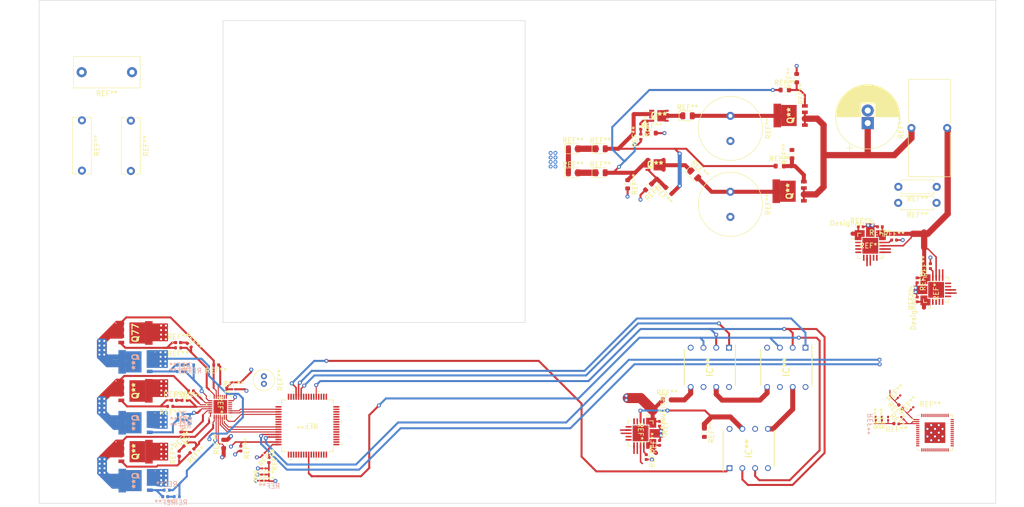
<source format=kicad_pcb>
(kicad_pcb (version 20211014) (generator pcbnew)
  (layers (0 "F.Cu" signal) (1 "In1.Cu" signal "GND.Cu") (2 "In2.Cu" signal "PWR.Cu") (31 "B.Cu" signal) (34 "B.Paste" user) (35 "F.Paste" user) (36 "B.SilkS" user "B.Silkscreen") (37 "F.SilkS" user "F.Silkscreen") (38 "B.Mask" user) (39 "F.Mask" user) (44 "Edge.Cuts" user))
  (net 0 "")
  (footprint "Capacitor_THT:C_Radial_D12.5mm_H20.0mm_P5.00mm" (layer "F.Cu") (at 152.11 61.3 -90)
    (fp_text reference "REF**")
    (fp_text value "C_Radial_D12.5mm_H20.0mm_P5.00mm")
  )
  (footprint "Resistor_SMD:R_0603_1608Metric" (layer "F.Cu") (at 51.49 111.43 90)
    (fp_text reference "REF**")
    (fp_text value "R_0603_1608Metric")
  )
  (footprint "DRV8328:RUY0028A_WQFN_TEX" (layer "F.Cu") (at 50.82 104.04 -90)
    (fp_text reference "REF**")
    (fp_text value "RUY0028A_WQFN_TEX")
  )
  (footprint "Capacitor_SMD:C_0201_0603Metric" (layer "F.Cu") (at 182.205 106.38 90)
    (fp_text reference "REF**")
    (fp_text value "C_0201_0603Metric")
  )
  (footprint "Diode_SMD:D_0402_1005Metric" (layer "F.Cu") (at 41.6525 102.755)
    (fp_text reference "REF**")
    (fp_text value "D_0402_1005Metric")
  )
  (footprint "Capacitor_SMD:C_0402_1005Metric" (layer "F.Cu") (at 135.41 114.04 -90)
    (fp_text reference "REF**")
    (fp_text value "C_0402_1005Metric")
  )
  (footprint "Capacitor_SMD:C_0402_1005Metric" (layer "F.Cu") (at 189.2 78.89 -90)
    (fp_text reference "REF**")
    (fp_text value "C_0402_1005Metric")
  )
  (footprint "SIS443:SIS443DNT1GE3" (layer "F.Cu") (at 138.04 46.19)
    (fp_text reference "Q**")
    (fp_text value "SIS443DNT1GE3" hide)
  )
  (footprint "Resistor_SMD:R_0402_1005Metric" (layer "F.Cu") (at 42.44 92.325 180)
    (fp_text reference "REF**")
    (fp_text value "R_0402_1005Metric")
  )
  (footprint "Resistor_THT:R_Axial_DIN0207_L6.3mm_D2.5mm_P7.62mm_Horizontal" (layer "F.Cu") (at 193.06 63.51 180)
    (fp_text reference "REF**")
    (fp_text value "R_Axial_DIN0207_L6.3mm_D2.5mm_P7.62mm_Horizontal")
  )
  (footprint "Capacitor_SMD:C_0402_1005Metric" (layer "F.Cu") (at 181.81 68.26 180)
    (fp_text reference "REF**")
    (fp_text value "C_0402_1005Metric")
  )
  (footprint "" (layer "F.Cu") (at 34.328 100.95)
    (fp_text reference "")
    (fp_text value "")
  )
  (footprint "BUK9Y12:BUK9Y1240E115" (layer "F.Cu") (at 163.9675 61.19 90)
    (fp_text reference "Q**")
    (fp_text value "BUK9Y1240E115" hide)
  )
  (footprint "MCP416:DIP781W56P254L950H533Q8N" (layer "F.Cu") (at 148.04 96.2 -90)
    (fp_text reference "IC**")
    (fp_text value "DIP781W56P254L950H533Q8N" hide)
  )
  (footprint "Resistor_SMD:R_0402_1005Metric" (layer "F.Cu") (at 40.87 103.965 180)
    (fp_text reference "REF**")
    (fp_text value "R_0402_1005Metric")
  )
  (footprint "BUK9Y12:BUK9Y1240E115" (layer "F.Cu") (at 33.885 89.365 -90)
    (fp_text reference "Q77")
    (fp_text value "BUK9Y1240E115" hide)
  )
  (footprint "Capacitor_SMD:C_0402_1005Metric" (layer "F.Cu") (at 178 68.26)
    (fp_text reference "REF**")
    (fp_text value "C_0402_1005Metric")
  )
  (footprint "BUK9Y12:BUK9Y1240E115" (layer "F.Cu") (at 33.89 100.865 -90)
    (fp_text reference "Q**")
    (fp_text value "BUK9Y1240E115" hide)
  )
  (footprint "Diode_SMD:D_0805_2012Metric" (layer "F.Cu") (at 144.94 57.85 -45)
    (fp_text reference "REF**")
    (fp_text value "D_0805_2012Metric")
  )
  (footprint "esp32 s3:IC_ESP32-S3" (layer "F.Cu") (at 192.745 109.19)
    (fp_text reference "REF**")
    (fp_text value "IC_ESP32-S3")
  )
  (footprint "Diode_SMD:D_0805_2012Metric" (layer "F.Cu") (at 120.878754 57.53)
    (fp_text reference "REF**")
    (fp_text value "D_0805_2012Metric")
  )
  (footprint "Diode_SMD:D_0402_1005Metric" (layer "F.Cu") (at 42.43 91.28)
    (fp_text reference "REF**")
    (fp_text value "D_0402_1005Metric")
  )
  (footprint "Capacitor_SMD:C_0402_1005Metric" (layer "F.Cu") (at 189.2 82.7 90)
    (fp_text reference "REF**")
    (fp_text value "C_0402_1005Metric")
  )
  (footprint "Resistor_SMD:R_0402_1005Metric" (layer "F.Cu") (at 45.2 112.8 -135)
    (fp_text reference "REF**")
    (fp_text value "R_0402_1005Metric")
  )
  (footprint "Capacitor_THT:C_Rect_L11.0mm_W3.5mm_P10.00mm_MKT" (layer "F.Cu") (at 33.06 47.17 -90)
    (fp_text reference "REF**")
    (fp_text value "C_Rect_L11.0mm_W3.5mm_P10.00mm_MKT")
  )
  (footprint "Capacitor_SMD:C_0402_1005Metric" (layer "F.Cu") (at 54.89 112.35 -90)
    (fp_text reference "REF**")
    (fp_text value "C_0402_1005Metric")
  )
  (footprint "Capacitor_SMD:C_0201_0603Metric" (layer "F.Cu") (at 183.425 106.38 90)
    (fp_text reference "REF**")
    (fp_text value "C_0201_0603Metric")
  )
  (footprint "Inductor_THT:L_Toroid_Vertical_L19.1mm_W8.1mm_P7.10mm_Bourns_5700" (layer "F.Cu") (at 188.07 48.63 90)
    (fp_text reference "REF**")
    (fp_text value "L_Toroid_Vertical_L19.1mm_W8.1mm_P7.10mm_Bourns_5700")
  )
  (footprint "SIS443:SIS443DNT1GE3" (layer "F.Cu") (at 137.3 55.94)
    (fp_text reference "Q**")
    (fp_text value "SIS443DNT1GE3" hide)
  )
  (footprint "Capacitor_SMD:C_0201_0603Metric" (layer "F.Cu") (at 59.41 113.43 -135)
    (fp_text reference "REF**")
    (fp_text value "C_0201_0603Metric")
  )
  (footprint "Resistor_SMD:R_0603_1608Metric" (layer "F.Cu") (at 139.535 102.67)
    (fp_text reference "REF**")
    (fp_text value "R_0603_1608Metric")
  )
  (footprint "Capacitor_SMD:C_0201_0603Metric" (layer "F.Cu") (at 180.985 106.38 90)
    (fp_text reference "REF**")
    (fp_text value "C_0201_0603Metric")
  )
  (footprint "Resistor_THT:R_Axial_DIN0207_L6.3mm_D2.5mm_P7.62mm_Horizontal" (layer "F.Cu") (at 193.09 60.32 180)
    (fp_text reference "REF**")
    (fp_text value "R_Axial_DIN0207_L6.3mm_D2.5mm_P7.62mm_Horizontal")
  )
  (footprint "Capacitor_THT:C_Radial_D4.0mm_H7.0mm_P1.50mm" (layer "F.Cu") (at 59.48 97.98 -90)
    (fp_text reference "REF**")
    (fp_text value "C_Radial_D4.0mm_H7.0mm_P1.50mm")
  )
  (footprint "Capacitor_SMD:C_0402_1005Metric" (layer "F.Cu") (at 42.995 109.54 -90)
    (fp_text reference "REF**")
    (fp_text value "C_0402_1005Metric")
  )
  (footprint "Resistor_SMD:R_0402_1005Metric" (layer "F.Cu") (at 134.32 50.37 90)
    (fp_text reference "REF**")
    (fp_text value "R_0402_1005Metric")
  )
  (footprint "Capacitor_SMD:C_0402_1005Metric" (layer "F.Cu") (at 49.995 95.715 180)
    (fp_text reference "REF**")
    (fp_text value "C_0402_1005Metric")
  )
  (footprint "Capacitor_THT:C_Radial_D12.5mm_H20.0mm_P5.00mm" (layer "F.Cu") (at 152.12 46.21 -90)
    (fp_text reference "REF**")
    (fp_text value "C_Radial_D12.5mm_H20.0mm_P5.00mm")
  )
  (footprint "stmf405:LQFP64-10x10mm" (layer "F.Cu") (at 68.12 107.8 180)
    (fp_text reference "REF**")
    (fp_text value "LQFP64-10x10mm")
  )
  (footprint "Resistor_SMD:R_0603_1608Metric" (layer "F.Cu") (at 135.86 60.34 -135)
    (fp_text reference "REF**")
    (fp_text value "R_0603_1608Metric")
  )
  (footprint "Capacitor_SMD:C_0402_1005Metric" (layer "F.Cu") (at 138.05 107.42 -90)
    (fp_text reference "REF**")
    (fp_text value "C_0402_1005Metric")
  )
  (footprint "Capacitor_SMD:C_0402_1005Metric" (layer "F.Cu") (at 191.84 76.08 90)
    (fp_text reference "REF**")
    (fp_text value "C_0402_1005Metric")
  )
  (footprint "Capacitor_SMD:C_0201_0603Metric" (layer "F.Cu") (at 59.47 117.51 180)
    (fp_text reference "REF**")
    (fp_text value "C_0201_0603Metric")
  )
  (footprint "Capacitor_SMD:C_0402_1005Metric" (layer "F.Cu") (at 184.62 70.9)
    (fp_text reference "REF**")
    (fp_text value "C_0402_1005Metric")
  )
  (footprint "Resistor_SMD:R_0603_1608Metric" (layer "F.Cu") (at 165.28 38.71 90)
    (fp_text reference "REF**")
    (fp_text value "R_0603_1608Metric")
  )
  (footprint "Capacitor_SMD:C_0201_0603Metric" (layer "F.Cu") (at 59.47 116.29 180)
    (fp_text reference "REF**")
    (fp_text value "C_0201_0603Metric")
  )
  (footprint "Resistor_SMD:R_0603_1608Metric" (layer "F.Cu") (at 136.47 49.64)
    (fp_text reference "REF**")
    (fp_text value "R_0603_1608Metric")
  )
  (footprint "MCP416:DIP781W56P254L950H533Q8N" (layer "F.Cu") (at 163.22 96.2 -90)
    (fp_text reference "IC**")
    (fp_text value "DIP781W56P254L950H533Q8N" hide)
  )
  (footprint "Diode_SMD:D_0805_2012Metric" (layer "F.Cu") (at 143.61 46.2)
    (fp_text reference "REF**")
    (fp_text value "D_0805_2012Metric")
  )
  (footprint "BUK9Y12:BUK9Y1240E115" (layer "F.Cu") (at 33.912 112.965 -90)
    (fp_text reference "Q**")
    (fp_text value "BUK9Y1240E115" hide)
  )
  (footprint "Diode_SMD:D_0805_2012Metric" (layer "F.Cu") (at 126.32125 52.75)
    (fp_text reference "REF**")
    (fp_text value "D_0805_2012Metric")
  )
  (footprint "Diode_SMD:D_0402_1005Metric" (layer "F.Cu") (at 42.65 113.3575 90)
    (fp_text reference "REF**")
    (fp_text value "D_0402_1005Metric")
  )
  (footprint "Resistor_SMD:R_0603_1608Metric" (layer "F.Cu") (at 139.89 61.06 135)
    (fp_text reference "REF**")
    (fp_text value "R_0603_1608Metric")
  )
  (footprint "Capacitor_SMD:C_0201_0603Metric" (layer "F.Cu") (at 186.285 106.32 135)
    (fp_text reference "REF**")
    (fp_text value "C_0201_0603Metric")
  )
  (footprint "Capacitor_SMD:C_0402_1005Metric" (layer "F.Cu") (at 138.05 111.23 90)
    (fp_text reference "REF**")
    (fp_text value "C_0402_1005Metric")
  )
  (footprint "TPS7A:RGW0020A-IPC_A" (layer "F.Cu") (at 192.97 80.8 90)
    (fp_text reference "REF**")
    (fp_text value "RGW0020A-IPC_A")
  )
  (footprint "Inductor_SMD:L_0402_1005Metric" (layer "F.Cu") (at 185.905 104.03 135)
    (fp_text reference "REF**")
    (fp_text value "L_0402_1005Metric")
  )
  (footprint "Inductor_SMD:L_0402_1005Metric" (layer "F.Cu") (at 60.47 114.645 -90)
    (fp_text reference "REF**")
    (fp_text value "L_0402_1005Metric")
  )
  (footprint "Capacitor_SMD:C_0201_0603Metric" (layer "F.Cu") (at 188.195 104.37 45)
    (fp_text reference "REF**")
    (fp_text value "C_0201_0603Metric")
  )
  (footprint "Capacitor_SMD:C_0201_0603Metric" (layer "F.Cu") (at 53.47 100.56)
    (fp_text reference "REF**")
    (fp_text value "C_0201_0603Metric")
  )
  (footprint "Capacitor_SMD:C_0201_0603Metric" (layer "F.Cu") (at 59.47 118.73 180)
    (fp_text reference "REF**")
    (fp_text value "C_0201_0603Metric")
  )
  (footprint "BUK9Y12:BUK9Y1240E115" (layer "F.Cu") (at 164.17 46.14 90)
    (fp_text reference "Q**")
    (fp_text value "BUK9Y1240E115" hide)
  )
  (footprint "Resistor_SMD:R_0402_1005Metric" (layer "F.Cu") (at 43.7325 102.755)
    (fp_text reference "REF**")
    (fp_text value "R_0402_1005Metric")
  )
  (footprint "Diode_SMD:D_0805_2012Metric" (layer "F.Cu") (at 120.88875 52.76)
    (fp_text reference "REF**")
    (fp_text value "D_0805_2012Metric")
  )
  (footprint "Resistor_SMD:R_0603_1608Metric" (layer "F.Cu") (at 146.95 109.2 -90)
    (fp_text reference "REF**")
    (fp_text value "R_0603_1608Metric")
  )
  (footprint "TPS7A:RGW0020A-IPC_A" (layer "F.Cu") (at 179.9 72.03)
    (fp_text reference "REF**")
    (fp_text value "RGW0020A-IPC_A")
  )
  (footprint "Resistor_SMD:R_0402_1005Metric" (layer "F.Cu") (at 134.32 48.34 -90)
    (fp_text reference "REF**")
    (fp_text value "R_0402_1005Metric")
  )
  (footprint "Resistor_SMD:R_0402_1005Metric" (layer "F.Cu") (at 44.66 91.82 -45)
    (fp_text reference "REF**")
    (fp_text value "R_0402_1005Metric")
  )
  (footprint "Resistor_SMD:R_0402_1005Metric" (layer "F.Cu") (at 43.975 111.475 45)
    (fp_text reference "REF**")
    (fp_text value "R_0402_1005Metric")
  )
  (footprint "Diode_SMD:D_0805_2012Metric" (layer "F.Cu") (at 126.311254 57.52)
    (fp_text reference "REF**")
    (fp_text value "D_0805_2012Metric")
  )
  (footprint "Resistor_SMD:R_0603_1608Metric" (layer "F.Cu") (at 162.92 41.07)
    (fp_text reference "REF**")
    (fp_text value "R_0603_1608Metric")
  )
  (footprint "Resistor_SMD:R_0603_1608Metric" (layer "F.Cu") (at 161.93 56.19)
    (fp_text reference "REF**")
    (fp_text value "R_0603_1608Metric")
  )
  (footprint "Resistor_SMD:R_0603_1608Metric" (layer "F.Cu") (at 164.34 53.82 90)
    (fp_text reference "REF**")
    (fp_text value "R_0603_1608Metric")
  )
  (footprint "MCP416:DIP781W56P254L950H533Q8N" (layer "F.Cu") (at 155.76 112.34 90)
    (fp_text reference "IC**")
    (fp_text value "DIP781W56P254L950H533Q8N" hide)
  )
  (footprint "Resistor_SMD:R_0603_1608Metric" (layer "F.Cu") (at 131.71 59.81 -90)
    (fp_text reference "REF**")
    (fp_text value "R_0603_1608Metric")
  )
  (footprint "Capacitor_THT:CP_Radial_D12.5mm_P2.50mm" (layer "F.Cu") (at 179.39 47.65 90)
    (fp_text reference "REF**")
    (fp_text value "CP_Radial_D12.5mm_P2.50mm")
  )
  (footprint "Capacitor_THT:C_Rect_L11.0mm_W3.5mm_P10.00mm_MKT" (layer "F.Cu") (at 23.34 47.1 -90)
    (fp_text reference "REF**")
    (fp_text value "C_Rect_L11.0mm_W3.5mm_P10.00mm_MKT")
  )
  (footprint "Capacitor_SMD:C_0201_0603Metric" (layer "F.Cu") (at 185.615 102.02 45)
    (fp_text reference "REF**")
    (fp_text value "C_0201_0603Metric")
  )
  (footprint "Capacitor_THT:C_Rect_L13.0mm_W6.0mm_P10.00mm_FKS3_FKP3_MKS4" (layer "F.Cu") (at 33.29 37.53 180)
    (fp_text reference "REF**")
    (fp_text value "C_Rect_L13.0mm_W6.0mm_P10.00mm_FKS3_FKP3_MKS4")
  )
  (footprint "TPS7A:RGW0020A-IPC_A" (layer "F.Cu") (at 134.28 109.32 -90)
    (fp_text reference "REF**")
    (fp_text value "RGW0020A-IPC_A")
  )
  (footprint "Capacitor_SMD:C_0402_1005Metric" (layer "F.Cu") (at 45 100.885 180)
    (fp_text reference "REF**")
    (fp_text value "C_0402_1005Metric")
  )
  (footprint "Inductor_SMD:L_0402_1005Metric" (layer "F.Cu") (at 185.07 107.38 180)
    (fp_text reference "REF**")
    (fp_text value "L_0402_1005Metric")
  )
  (footprint "Resistor_SMD:R_0402_1005Metric" (layer "B.Cu") (at 42.195 121.915)
    (fp_text reference "REF**")
    (fp_text value "R_0402_1005Metric")
  )
  (footprint "Diode_SMD:D_0402_1005Metric" (layer "B.Cu") (at 39.87 121.915)
    (fp_text reference "REF**")
    (fp_text value "D_0402_1005Metric")
  )
  (footprint "Diode_SMD:D_0402_1005Metric" (layer "B.Cu") (at 42.79 95.735)
    (fp_text reference "REF**")
    (fp_text value "D_0402_1005Metric")
  )
  (footprint "Resistor_SMD:R_0402_1005Metric" (layer "B.Cu") (at 42.92 105.475)
    (fp_text reference "REF**")
    (fp_text value "R_0402_1005Metric")
  )
  (footprint "Resistor_SMD:R_0402_1005Metric" (layer "B.Cu") (at 42.79 97.025 180)
    (fp_text reference "REF**")
    (fp_text value "R_0402_1005Metric")
  )
  (footprint "BUK9Y12:BUK9Y1240E115" (layer "B.Cu") (at 34.068 107.215 -90)
    (fp_text reference "Q**")
    (fp_text value "BUK9Y1240E115" hide)
  )
  (footprint "BUK9Y12:BUK9Y1240E115" (layer "B.Cu") (at 34.09 118.715 -90)
    (fp_text reference "Q**")
    (fp_text value "BUK9Y1240E115" hide)
  )
  (footprint "Resistor_SMD:R_0402_1005Metric" (layer "B.Cu") (at 40.195 120.615 180)
    (fp_text reference "REF**")
    (fp_text value "R_0402_1005Metric")
  )
  (footprint "BUK9Y12:BUK9Y1240E115" (layer "B.Cu") (at 34.063 95.115 -90)
    (fp_text reference "Q**")
    (fp_text value "BUK9Y1240E115" hide)
  )
  (footprint "Resistor_SMD:R_0402_1005Metric" (layer "B.Cu") (at 44.76 106.855 -90)
    (fp_text reference "REF**")
    (fp_text value "R_0402_1005Metric")
  )
  (footprint "Resistor_SMD:R_0402_1005Metric" (layer "B.Cu") (at 45.02 95.735)
    (fp_text reference "REF**")
    (fp_text value "R_0402_1005Metric")
  )
  (footprint "Diode_SMD:D_0402_1005Metric" (layer "B.Cu") (at 42.9 106.665)
    (fp_text reference "REF**")
    (fp_text value "D_0402_1005Metric")
  )
  (gr_poly (pts (xy 136.03 108.2) (xy 136.03 107.57) (xy 135.4 107.57) (xy 135.4 106.23) (xy 137.39 106.23) (xy 137.39 108.2)) (layer "F.Cu") (width 0) (fill solid))
  (gr_poly (pts (xy 136.03 110.43) (xy 136.03 111.06) (xy 135.4 111.06) (xy 135.4 112.4) (xy 137.39 112.4) (xy 137.39 110.43)) (layer "F.Cu") (width 0) (fill solid))
  (gr_rect (start 138.75 108.49) (end 136.05 110.15) (layer "F.Cu") (width 0) (fill solid))
  (gr_poly (pts (xy 178.78 70.28) (xy 178.15 70.28) (xy 178.15 70.91) (xy 176.81 70.91) (xy 176.81 68.92) (xy 178.78 68.92)) (layer "F.Cu") (width 0) (fill solid))
  (gr_poly (pts (xy 191.22 81.92) (xy 191.22 82.55) (xy 191.85 82.55) (xy 191.85 83.89) (xy 189.86 83.89) (xy 189.86 81.92)) (layer "F.Cu") (width 0) (fill solid))
  (gr_rect (start 37.24 114.72) (end 40.46 111.19) (layer "F.Cu") (width 0) (fill solid))
  (gr_rect (start 179.07 67.56) (end 180.73 70.26) (layer "F.Cu") (width 0) (fill solid))
  (gr_rect (start 188.5 81.63) (end 191.2 79.97) (layer "F.Cu") (width 0) (fill solid))
  (gr_rect (start 37.18 98.58) (end 40.46 102.1) (layer "F.Cu") (width 0) (fill solid))
  (gr_poly (pts (xy 181.01 70.28) (xy 181.64 70.28) (xy 181.64 70.91) (xy 182.98 70.91) (xy 182.98 68.92) (xy 181.01 68.92)) (layer "F.Cu") (width 0) (fill solid))
  (gr_rect (start 37.31 91.02) (end 40.41 87.47) (layer "F.Cu") (width 0) (fill solid))
  (gr_poly (pts (xy 191.22 79.69) (xy 191.22 79.06) (xy 191.85 79.06) (xy 191.85 77.72) (xy 189.86 77.72) (xy 189.86 79.69)) (layer "F.Cu") (width 0) (fill solid))
  (gr_poly (pts (xy 40.5 119.92) (xy 38.67 119.92) (xy 37.59 119.75) (xy 40.5 119.75)) (layer "B.Cu") (width 0) (fill solid))
  (gr_rect (start 36.21 104.88) (end 40.36 108.21) (layer "B.Cu") (width 0) (fill solid))
  (gr_rect (start 36.2 92.78) (end 40.41 96.31) (layer "B.Cu") (width 0) (fill solid))
  (gr_poly (pts (xy 40.36 108.42) (xy 38.45 108.42) (xy 36.21 108.21) (xy 40.36 108.21)) (layer "B.Cu") (width 0) (fill solid))
  (gr_rect (start 36.24 116.41) (end 40.5 119.75) (layer "B.Cu") (width 0) (fill solid))
  (gr_rect (start 51.35 87.28) (end 111.35 27.28) (layer "Edge.Cuts") (width 0.1) (fill none))
  (gr_rect (start 14.83 23.23) (end 204.83 123.23) (layer "Edge.Cuts") (width 0.1) (fill none))
  (segment (start 151.86 92.285) (end 151.85 92.295) (width 0.4) (layer "F.Cu") (net 0))
  (segment (start 69.869999 102.050001) (end 69.87 99.73) (width 0.2) (layer "F.Cu") (net 0))
  (segment (start 152.11 61.3) (end 148.39 61.3) (width 0.8) (layer "F.Cu") (net 0))
  (segment (start 60.38 118.73) (end 60.47 118.82) (width 0.3) (layer "F.Cu") (net 0))
  (segment (start 60.48 114.15) (end 60.48 112.28) (width 0.3) (layer "F.Cu") (net 0))
  (segment (start 181.2 69.65445) (end 182.27555 69.65445) (width 0.3) (layer "F.Cu") (net 0))
  (segment (start 68.37 117.25) (end 68.97 117.85) (width 0.4) (layer "F.Cu") (net 0))
  (segment (start 169.125 61.825) (end 166.7045 61.825) (width 1.25) (layer "F.Cu") (net 0))
  (segment (start 165.28 36.28) (end 165.29 36.27) (width 0.4) (layer "F.Cu") (net 0))
  (segment (start 169.385 46.775) (end 170.62 48.01) (width 1.25) (layer "F.Cu") (net 0))
  (segment (start 31.175 112.33) (end 31.08 112.33) (width 1) (layer "F.Cu") (net 0))
  (segment (start 169.23 90.31) (end 169.84 90.92) (width 0.4) (layer "F.Cu") (net 0))
  (segment (start 31.153 100.23) (end 30.005 100.23) (width 1) (layer "F.Cu") (net 0))
  (segment (start 136.65555 111.69555) (end 135.58 111.69555) (width 0.35) (layer "F.Cu") (net 0))
  (segment (start 68.97 117.85) (end 69.07 117.85) (width 0.4) (layer "F.Cu") (net 0))
  (segment (start 52.94 109.88) (end 52.215 110.605) (width 0.8) (layer "F.Cu") (net 0))
  (segment (start 31.148 88.73) (end 30.74 88.73) (width 1) (layer "F.Cu") (net 0))
  (segment (start 133.73 51.93) (end 134.32 51.34) (width 0.4) (layer "F.Cu") (net 0))
  (segment (start 182.29 68.26) (end 182.27555 68.27445) (width 0.35) (layer "F.Cu") (net 0))
  (segment (start 191.84 76.63) (end 192.32 77.11) (width 0.3) (layer "F.Cu") (net 0))
  (segment (start 30.46 112.885) (end 31.175 113.6) (width 1) (layer "F.Cu") (net 0))
  (segment (start 157.99 102.72) (end 150.47 102.72) (width 1) (layer "F.Cu") (net 0))
  (segment (start 50.445 99.89) (end 50.420001 99.914999) (width 0.2) (layer "F.Cu") (net 0))
  (segment (start 134.32 51.34) (end 134.32 50.88) (width 0.4) (layer "F.Cu") (net 0))
  (segment (start 31.72 97.915) (end 41.55 97.915) (width 0.4) (layer "F.Cu") (net 0))
  (segment (start 125.49 116.88) (end 151.315 116.88) (width 0.4) (layer "F.Cu") (net 0))
  (segment (start 190.59445 81.449999) (end 189.080001 81.449999) (width 0.35) (layer "F.Cu") (net 0))
  (segment (start 137.5085 58.6915) (end 137.5085 58.6985) (width 0.4) (layer "F.Cu") (net 0))
  (segment (start 131.69 62.26) (end 131.71 62.24) (width 0.4) (layer "F.Cu") (net 0))
  (segment (start 53.75 102.11) (end 53.75 102.41) (width 0.2) (layer "F.Cu") (net 0))
  (segment (start 31.153 100.708) (end 30.297 100.708) (width 1) (layer "F.Cu") (net 0))
  (segment (start 133.629999 111.69555) (end 133.629999 113.259999) (width 0.3) (layer "F.Cu") (net 0))
  (segment (start 54.88 105.06) (end 54.7 105.24) (width 0.2) (layer "F.Cu") (net 0))
  (segment (start 187.24 105.325) (end 187.24 105.365) (width 0.2) (layer "F.Cu") (net 0))
  (segment (start 183.59 71.38) (end 182.27555 71.380001) (width 0.3) (layer "F.Cu") (net 0))
  (segment (start 137.295 49.64) (end 139.02 49.64) (width 0.4) (layer "F.Cu") (net 0))
  (segment (start 29.4 112.885) (end 30.46 112.885) (width 1) (layer "F.Cu") (net 0))
  (segment (start 48.045 102.39) (end 48.495 102.84) (width 0.2) (layer "F.Cu") (net 0))
  (segment (start 71.89 94.92) (end 114.06 94.92) (width 0.4) (layer "F.Cu") (net 0))
  (segment (start 45.795 110.015) (end 46.17 109.64) (width 0.4) (layer "F.Cu") (net 0))
  (segment (start 47.145 102.55) (end 47.834999 103.239999) (width 0.2) (layer "F.Cu") (net 0))
  (segment (start 149.83 87.47) (end 151.86 89.5) (width 0.4) (layer "F.Cu") (net 0))
  (segment (start 30.275 111.06) (end 26.87 114.465) (width 1) (layer "F.Cu") (net 0))
  (segment (start 185.388726 102.246274) (end 184.785 102.85) (width 0.2) (layer "F.Cu") (net 0))
  (segment (start 189.079999 79.490001) (end 189.079999 80.149999) (width 0.35) (layer "F.Cu") (net 0))
  (segment (start 46.06 104.04) (end 44.775 102.755) (width 0.4) (layer "F.Cu") (net 0))
  (segment (start 134.27 61.93) (end 134.27 62.87) (width 0.4) (layer "F.Cu") (net 0))
  (segment (start 165.7 90.31) (end 169.23 90.31) (width 0.4) (layer "F.Cu") (net 0))
  (segment (start 178.599999 68.140001) (end 179.250001 68.140001) (width 0.35) (layer "F.Cu") (net 0))
  (segment (start 44.2425 102.755) (end 44.775 102.755) (width 0.4) (layer "F.Cu") (net 0))
  (segment (start 183.805 101.93) (end 183.805 100.75) (width 0.2) (layer "F.Cu") (net 0))
  (segment (start 185.565 107.39) (end 185.555 107.38) (width 0.2) (layer "F.Cu") (net 0))
  (segment (start 52.7671 104.840001) (end 54.519999 104.840001) (width 0.2) (layer "F.Cu") (net 0))
  (segment (start 62.370001 105.549999) (end 54.980001 105.549999) (width 0.2) (layer "F.Cu") (net 0))
  (segment (start 123.76 52.75) (end 121.83625 52.75) (width 1.25) (layer "F.Cu") (net 0))
  (segment (start 50.420001 99.914999) (end 50.420001 102.0929) (width 0.2) (layer "F.Cu") (net 0))
  (segment (start 61.71 118.82) (end 61.75 118.78) (width 0.3) (layer "F.Cu") (net 0))
  (segment (start 182.205 107.27) (end 182.315 107.38) (width 0.2) (layer "F.Cu") (net 0))
  (segment (start 50.019999 100.839999) (end 50.019999 102.0929) (width 0.2) (layer "F.Cu") (net 0))
  (segment (start 31.148 87.46) (end 30.325 87.46) (width 1) (layer "F.Cu") (net 0))
  (segment (start 31.148 89.873) (end 30.005 88.73) (width 1) (layer "F.Cu") (net 0))
  (segment (start 189.2 83.18) (end 189.20445 83.17555) (width 0.35) (layer "F.Cu") (net 0))
  (segment (start 50.82 107.63) (end 50.82 105.9871) (width 0.2) (layer "F.Cu") (net 0))
  (segment (start 48.57 100.615) (end 48.12 100.165) (width 0.4) (layer "F.Cu") (net 0))
  (segment (start 51.620001 107.220001) (end 51.620001 105.9871) (width 0.2) (layer "F.Cu") (net 0))
  (segment (start 46.85 104.735) (end 46.34 105.245) (width 0.4) (layer "F.Cu") (net 0))
  (segment (start 135.41 114.52) (end 136.54 114.52) (width 0.3) (layer "F.Cu") (net 0))
  (segment (start 187.955 107.39) (end 187.445 107.39) (width 0.2) (layer "F.Cu") (net 0))
  (segment (start 154.49 108.435) (end 152.115 106.06) (width 1) (layer "F.Cu") (net 0))
  (segment (start 179.250001 74.40555) (end 179.25 75.99) (width 0.3) (layer "F.Cu") (net 0))
  (segment (start 156.99 116.285) (end 157.03 116.245) (width 0.3) (layer "F.Cu") (net 0))
  (segment (start 27.77 90.838) (end 31.148 87.46) (width 1) (layer "F.Cu") (net 0))
  (segment (start 29.45 100.785) (end 27.77 102.465) (width 1) (layer "F.Cu") (net 0))
  (segment (start 187.355 107.39) (end 187.445 107.39) (width 0.2) (layer "F.Cu") (net 0))
  (segment (start 164.23 56.19) (end 162.755 56.19) (width 0.8) (layer "F.Cu") (net 0))
  (segment (start 144.23 101.41) (end 142.97 102.67) (width 1) (layer "F.Cu") (net 0))
  (segment (start 160.54 41.07) (end 162.095 41.07) (width 0.4) (layer "F.Cu") (net 0))
  (segment (start 60.47 118.82) (end 61.71 118.82) (width 0.3) (layer "F.Cu") (net 0))
  (segment (start 151.315 116.88) (end 151.95 116.245) (width 0.4) (layer "F.Cu") (net 0))
  (segment (start 26.87 114.465) (end 29.005 112.33) (width 1) (layer "F.Cu") (net 0))
  (segment (start 49.495 100.315) (end 50.019999 100.839999) (width 0.2) (layer "F.Cu") (net 0))
  (segment (start 136.68445 106.94445) (end 136.68445 104.69555) (width 0.8) (layer "F.Cu") (net 0))
  (segment (start 191.84 75.6) (end 191.84 74.37) (width 0.3) (layer "F.Cu") (net 0))
  (segment (start 61.21 111.55) (end 62.370001 111.55) (width 0.3) (layer "F.Cu") (net 0))
  (segment (start 31.96 92.325) (end 31.148 91.513) (width 0.4) (layer "F.Cu") (net 0))
  (segment (start 194.27 78.42445) (end 194.27 76.82) (width 0.3) (layer "F.Cu") (net 0))
  (segment (start 47.37 105.665) (end 47.37 106.865) (width 0.4) (layer "F.Cu") (net 0))
  (segment (start 150.47 102.72) (end 149.31 101.56) (width 1) (layer "F.Cu") (net 0))
  (segment (start 177.52445 69.62555) (end 176.37555 69.62555) (width 0.8) (layer "F.Cu") (net 0))
  (segment (start 27.77 93.665) (end 27.77 91.915) (width 1) (layer "F.Cu") (net 0))
  (segment (start 148.39 61.3) (end 145.602913 58.512913) (width 0.8) (layer "F.Cu") (net 0))
  (segment (start 41.395 104.04) (end 44.905 104.04) (width 0.4) (layer "F.Cu") (net 0))
  (segment (start 41.93 92.315) (end 41.92 92.325) (width 0.4) (layer "F.Cu") (net 0))
  (segment (start 31.148 90) (end 31.148 89.873) (width 1) (layer "F.Cu") (net 0))
  (segment (start 80.4 116.2) (end 78.75 117.85) (width 0.4) (layer "F.Cu") (net 0))
  (segment (start 166.7045 59.285) (end 166.7045 57.9545) (width 0.8) (layer "F.Cu") (net 0))
  (segment (start 31.153 101.5) (end 28.735 101.5) (width 1) (layer "F.Cu") (net 0))
  (segment (start 136.65555 112.54555) (end 137.34 113.23) (width 0.8) (layer "F.Cu") (net 0))
  (segment (start 180.550001 69.65445) (end 180.550001 68.139999) (width 0.35) (layer "F.Cu") (net 0))
  (segment (start 135.41 113.49) (end 134.93 113.01) (width 0.3) (layer "F.Cu") (net 0))
  (segment (start 134.28 111.69555) (end 134.28 114.99) (width 0.3) (layer "F.Cu") (net 0))
  (segment (start 41.92 92.325) (end 39.64 92.325) (width 0.4) (layer "F.Cu") (net 0))
  (segment (start 162.8 88.58) (end 162.81 88.59) (width 0.4) (layer "F.Cu") (net 0))
  (segment (start 78.75 117.85) (end 70.25 117.85) (width 0.4) (layer "F.Cu") (net 0))
  (segment (start 28.735 101.5) (end 27.77 102.465) (width 1) (layer "F.Cu") (net 0))
  (segment (start 129.995 56.345) (end 128.82 57.52) (width 0.4) (layer "F.Cu") (net 0))
  (segment (start 119.95125 52.76) (end 119.95125 54.79875) (width 1) (layer "F.Cu") (net 0))
  (segment (start 46.61 111.39) (end 46.61 111.05) (width 0.4) (layer "F.Cu") (net 0))
  (segment (start 46 111.375) (end 46 112) (width 0.4) (layer "F.Cu") (net 0))
  (segment (start 180.985 107.35) (end 180.955 107.38) (width 0.2) (layer "F.Cu") (net 0))
  (segment (start 41.945 91.28) (end 41.27 91.28) (width 0.4) (layer "F.Cu") (net 0))
  (segment (start 125.373754 57.52) (end 121.826254 57.52) (width 1.25) (layer "F.Cu") (net 0))
  (segment (start 49.495 100.315) (end 49.495 95.735) (width 0.4) (layer "F.Cu") (net 0))
  (segment (start 66.87 100.45) (end 67.49 99.83) (width 0.3) (layer "F.Cu") (net 0))
  (segment (start 44.335624 111.114376) (end 45.739376 111.114376) (width 0.4) (layer "F.Cu") (net 0))
  (segment (start 60.41 116.29) (end 60.47 116.35) (width 0.3) (layer "F.Cu") (net 0))
  (segment (start 52.360001 108.550001) (end 62.370001 108.550001) (width 0.2) (layer "F.Cu") (net 0))
  (segment (start 195.27 48.73) (end 195.27 65.69) (width 1.25) (layer "F.Cu") (net 0))
  (segment (start 59.15 118.73) (end 58.43 118.73) (width 0.3) (layer "F.Cu") (net 0))
  (segment (start 178.48 68.26) (end 178.599999 68.140001) (width 0.35) (layer "F.Cu") (net 0))
  (segment (start 32.22 110.015) (end 45.795 110.015) (width 0.4) (layer "F.Cu") (net 0))
  (segment (start 193.620001 76.860001) (end 193.61 76.85) (width 0.3) (layer "F.Cu") (net 0))
  (segment (start 55.260001 111.050001) (end 53.829999 111.050001) (width 0.3) (layer "F.Cu") (net 0))
  (segment (start 169.84 90.92) (end 169.84 112.69) (width 0.4) (layer "F.Cu") (net 0))
  (segment (start 135.41 113.56) (end 135.41 113.49) (width 0.3) (layer "F.Cu") (net 0))
  (segment (start 134.28 106.94445) (end 134.28 104.845) (width 0.4) (layer "F.Cu") (net 0))
  (segment (start 143.34 52.75) (end 146.78 56.19) (width 0.4) (layer "F.Cu") (net 0))
  (segment (start 190.59445 78.42445) (end 190.59445 72.37445) (width 0.8) (layer "F.Cu") (net 0))
  (segment (start 136.485 45.858) (end 132.952 45.858) (width 0.8) (layer "F.Cu") (net 0))
  (segment (start 60.48 112.27) (end 60.48 113.02) (width 0.2) (layer "F.Cu") (net 0))
  (segment (start 48.27 107.54) (end 48.595 107.215) (width 0.4) (layer "F.Cu") (net 0))
  (segment (start 166.7045 57.9545) (end 164.94 56.19) (width 0.8) (layer "F.Cu") (net 0))
  (segment (start 185.1 70.9) (end 186.33 70.9) (width 0.3) (layer "F.Cu") (net 0))
  (segment (start 32.32 103.965) (end 31.153 102.798) (width 0.4) (layer "F.Cu") (net 0))
  (segment (start 181.33 68.26) (end 181.209999 68.139999) (width 0.35) (layer "F.Cu") (net 0))
  (segment (start 135.745 54.948) (end 135.745 55.865) (width 0.8) (layer "F.Cu") (net 0))
  (segment (start 31.153 98.96) (end 30.325 98.96) (width 1) (layer "F.Cu") (net 0))
  (segment (start 29.47 90) (end 28.735 90) (width 1) (layer "F.Cu") (net 0))
  (segment (start 28.685 113.6) (end 27.82 114.465) (width 1) (layer "F.Cu") (net 0))
  (segment (start 133.173 57.52) (end 133.16 57.52) (width 0.8) (layer "F.Cu") (net 0))
  (segment (start 60.47 116.35) (end 60.47 117.49) (width 0.3) (layer "F.Cu") (net 0))
  (segment (start 134.7965 55.8965) (end 134.9965 55.6965) (width 0.8) (layer "F.Cu") (net 0))
  (segment (start 191.84 76.56) (end 191.84 76.63) (width 0.3) (layer "F.Cu") (net 0))
  (segment (start 27.77 91.915) (end 26.82 90.965) (width 1) (layer "F.Cu") (net 0))
  (segment (start 59.15 117.51) (end 58.2 117.51) (width 0.3) (layer "F.Cu") (net 0))
  (segment (start 62.370001 111.050001) (end 55.260001 111.050001) (width 0.3) (layer "F.Cu") (net 0))
  (segment (start 60.47 114.16) (end 60.48 114.15) (width 0.3) (layer "F.Cu") (net 0))
  (segment (start 26.82 93.665) (end 27.77 93.665) (width 1) (layer "F.Cu") (net 0))
  (segment (start 143.13 56.02) (end 138.87 56.02) (width 0.8) (layer "F.Cu") (net 0))
  (segment (start 138.03555 111.69555) (end 136.65555 111.69555) (width 0.35) (layer "F.Cu") (net 0))
  (segment (start 190.59445 69.39445) (end 190.59445 72.37445) (width 1.25) (layer "F.Cu") (net 0))
  (segment (start 54.980001 105.549999) (end 53.6 106.93) (width 0.2) (layer "F.Cu") (net 0))
  (segment (start 31.153 102.798) (end 31.153 102.77) (width 0.4) (layer "F.Cu") (net 0))
  (segment (start 159.41 100.105) (end 159.41 101.3) (width 1) (layer "F.Cu") (net 0))
  (segment (start 44.299376 91.459376) (end 44.12 91.28) (width 0.4) (layer "F.Cu") (net 0))
  (segment (start 135.745 56.928) (end 137.5085 58.6915) (width 0.4) (layer "F.Cu") (net 0))
  (segment (start 136.65555 109.970001) (end 138.170001 109.970001) (width 0.35) (layer "F.Cu") (net 0))
  (segment (start 54.89 111.87) (end 54.89 111.420002) (width 0.3) (layer "F.Cu") (net 0))
  (segment (start 195.17 48.63) (end 195.27 48.73) (width 1.25) (layer "F.Cu") (net 0))
  (segment (start 152.11 61.3) (end 163.4195 61.3) (width 0.8) (layer "F.Cu") (net 0))
  (segment (start 41.55 97.915) (end 44.52 100.885) (width 0.4) (layer "F.Cu") (net 0))
  (segment (start 182.27555 73.33) (end 183.88 73.33) (width 0.3) (layer "F.Cu") (net 0))
  (segment (start 46.53 103.275) (end 46.895001 103.640001) (width 0.2) (layer "F.Cu") (net 0))
  (segment (start 129.87 52.75) (end 127.25875 52.75) (width 0.8) (layer "F.Cu") (net 0))
  (segment (start 44.52 101.265) (end 44.52 100.885) (width 0.4) (layer "F.Cu") (net 0))
  (segment (start 135.745 55.375) (end 135.745 54.948) (width 0.8) (layer "F.Cu") (net 0))
  (segment (start 134.28 104.845) (end 134.24 104.805) (width 0.4) (layer "F.Cu") (net 0))
  (segment (start 54.89 111.420002) (end 55.260001 111.050001) (width 0.3) (layer "F.Cu") (net 0))
  (segment (start 58.43 118.73) (end 58.44 118.74) (width 0.3) (layer "F.Cu") (net 0))
  (segment (start 164.49 89.37) (end 164.49 92.295) (width 0.4) (layer "F.Cu") (net 0))
  (segment (start 165.28 39.535) (end 165.28 40.89) (width 0.4) (layer "F.Cu") (net 0))
  (segment (start 134.9965 55.6965) (end 135.745 54.948) (width 0.8) (layer "F.Cu") (net 0))
  (segment (start 138.169999 108.019999) (end 138.169999 108.670001) (width 0.35) (layer "F.Cu") (net 0))
  (segment (start 50.445 99.89) (end 50.8 99.535) (width 0.4) (layer "F.Cu") (net 0))
  (segment (start 162.8895 46.21) (end 163.25 45.8495) (width 0.8) (layer "F.Cu") (net 0))
  (segment (start 133.16 57.52) (end 131.71 58.97) (width 0.8) (layer "F.Cu") (net 0))
  (segment (start 60.059999 110.050001) (end 59.85 110.26) (width 0.3) (layer "F.Cu") (net 0))
  (segment (start 119.951254 54.79875) (end 119.951254 57.52) (width 1) (layer "F.Cu") (net 0))
  (segment (start 31.175 111.06) (end 32.22 110.015) (width 0.4) (layer "F.Cu") (net 0))
  (segment (start 183.425 107.34) (end 183.465 107.38) (width 0.2) (layer "F.Cu") (net 0))
  (segment (start 134.2989 102.31) (end 131.73 102.31) (width 2) (layer "F.Cu") (net 0))
  (segment (start 55.71 100.56) (end 56.01 100.86) (width 0.4) (layer "F.Cu") (net 0))
  (segment (start 144.277087 57.187087) (end 144.277087 57.167087) (width 0.8) (layer "F.Cu") (net 0))
  (segment (start 134.4 47.55) (end 134.57 47.38) (width 0.4) (layer "F.Cu") (net 0))
  (segment (start 30.46 111.71) (end 30.46 112.885) (width 1) (layer "F.Cu") (net 0))
  (segment (start 31.153 98.96) (end 31.153 100.708) (width 1) (layer "F.Cu") (net 0))
  (segment (start 136.68445 106.94445) (end 135.58 106.94445) (width 0.35) (layer "F.Cu") (net 0))
  (segment (start 135.745 55.865) (end 135.74 55.87) (width 0.8) (layer "F.Cu") (net 0))
  (segment (start 60.47 115.13) (end 60.47 116.35) (width 0.3) (layer "F.Cu") (net 0))
  (segment (start 43.2 114.8) (end 42.7 115.3) (width 0.4) (layer "F.Cu") (net 0))
  (segment (start 180.955 107.38) (end 180.665 107.38) (width 0.2) (layer "F.Cu") (net 0))
  (segment (start 48.57 100.615) (end 49.62 101.665) (width 0.2) (layer "F.Cu") (net 0))
  (segment (start 152.11 46.2) (end 152.12 46.21) (width 0.8) (layer "F.Cu") (net 0))
  (segment (start 66.87 102.050001) (end 66.87 100.45) (width 0.3) (layer "F.Cu") (net 0))
  (segment (start 189.20445 83.17555) (end 190.56555 83.17555) (width 0.35) (layer "F.Cu") (net 0))
  (segment (start 49.495 95.735) (end 49.515 95.715) (width 0.4) (layer "F.Cu") (net 0))
  (segment (start 38.16 115.94) (end 32.245 115.94) (width 0.4) (layer "F.Cu") (net 0))
  (segment (start 62.370001 109.549999) (end 59.190001 109.549999) (width 0.3) (layer "F.Cu") (net 0))
  (segment (start 45.48 100.885) (end 47.145 102.55) (width 0.4) (layer "F.Cu") (net 0))
  (segment (start 155.59 119.58) (end 164.07 119.58) (width 0.4) (layer "F.Cu") (net 0))
  (segment (start 170.82 113.22) (end 164.46 119.58) (width 0.4) (layer "F.Cu") (net 0))
  (segment (start 179.250001 69.65445) (end 179.250001 68.140001) (width 0.35) (layer "F.Cu") (net 0))
  (segment (start 164.46 119.58) (end 164.07 119.58) (width 0.4) (layer "F.Cu") (net 0))
  (segment (start 192.32 77.11) (end 192.320001 78.42445) (width 0.3) (layer "F.Cu") (net 0))
  (segment (start 149.31 101.56) (end 149.31 100.105) (width 1) (layer "F.Cu") (net 0))
  (segment (start 31.153 98.482) (end 31.72 97.915) (width 0.4) (layer "F.Cu") (net 0))
  (segment (start 163.89 118.64) (end 157.86 118.64) (width 0.4) (layer "F.Cu") (net 0))
  (segment (start 122.56 113.95) (end 125.49 116.88) (width 0.4) (layer "F.Cu") (net 0))
  (segment (start 40.36 103.965) (end 32.32 103.965) (width 0.4) (layer "F.Cu") (net 0))
  (segment (start 52.215 110.605) (end 51.49 110.605) (width 0.8) (layer "F.Cu") (net 0))
  (segment (start 52.34 100.56) (end 53.15 100.56) (width 0.4) (layer "F.Cu") (net 0))
  (segment (start 62.360001 105.06) (end 54.88 105.06) (width 0.2) (layer "F.Cu") (net 0))
  (segment (start 138.05 110.75) (end 138.170001 110.629999) (width 0.35) (layer "F.Cu") (net 0))
  (segment (start 30.325 98.96) (end 26.82 102.465) (width 1) (layer "F.Cu") (net 0))
  (segment (start 191.34 72.65) (end 190.63 72.65) (width 0.3) (layer "F.Cu") (net 0))
  (segment (start 68.37 117.25) (end 68.37 113.549999) (width 0.3) (layer "F.Cu") (net 0))
  (segment (start 134.3665 56.3265) (end 134.7965 55.8965) (width 0.8) (layer "F.Cu") (net 0))
  (segment (start 142.97 102.67) (end 140.36 102.67) (width 1) (layer "F.Cu") (net 0))
  (segment (start 142.6725 46.2) (end 138.49 46.2) (width 0.8) (layer "F.Cu") (net 0))
  (segment (start 31.148 87.46) (end 31.148 87.277) (width 0.4) (layer "F.Cu") (net 0))
  (segment (start 188.45 106.59) (end 188.45 106.575) (width 0.2) (layer "F.Cu") (net 0))
  (segment (start 50.8 96.04) (end 50.475 95.715) (width 0.4) (layer "F.Cu") (net 0))
  (segment (start 149.29 92.275) (end 149.31 92.295) (width 0.4) (layer "F.Cu") (net 0))
  (segment (start 135.74 55.87) (end 135.455 56.155) (width 0.4) (layer "F.Cu") (net 0))
  (segment (start 184.14 70.9) (end 184.07 70.9) (width 0.3) (layer "F.Cu") (net 0))
  (segment (start 70.25 117.85) (end 69.07 117.85) (width 0.3) (layer "F.Cu") (net 0))
  (segment (start 42.65 112.8) (end 43.614376 111.835624) (width 0.4) (layer "F.Cu") (net 0))
  (segment (start 49.62 105.9871) (end 49.62 106.89) (width 0.2) (layer "F.Cu") (net 0))
  (segment (start 46.34 105.245) (end 45.58 105.245) (width 0.4) (layer "F.Cu") (net 0))
  (segment (start 44.145 92.325) (end 45.095 93.275) (width 0.4) (layer "F.Cu") (net 0))
  (segment (start 132.9 49.72) (end 129.87 52.75) (width 0.8) (layer "F.Cu") (net 0))
  (segment (start 190.54555 84.32445) (end 190.54 84.33) (width 0.8) (layer "F.Cu") (net 0))
  (segment (start 52.24 109.05) (end 50.82 107.63) (width 0.2) (layer "F.Cu") (net 0))
  (segment (start 182.27555 69.65445) (end 182.27555 70.73) (width 0.35) (layer "F.Cu") (net 0))
  (segment (start 32.15 86.275) (end 40.93 86.275) (width 0.4) (layer "F.Cu") (net 0))
  (segment (start 30.005 100.23) (end 29.45 100.785) (width 1) (layer "F.Cu") (net 0))
  (segment (start 189.2 79.37) (end 189.079999 79.490001) (width 0.35) (layer "F.Cu") (net 0))
  (segment (start 182.27555 68.27445) (end 182.27555 69.65445) (width 0.35) (layer "F.Cu") (net 0))
  (segment (start 189.080001 82.100001) (end 189.080001 81.449999) (width 0.35) (layer "F.Cu") (net 0))
  (segment (start 56.96 97.11) (end 54.9 99.17) (width 0.4) (layer "F.Cu") (net 0))
  (segment (start 144.277087 57.167087) (end 143.13 56.02) (width 0.8) (layer "F.Cu") (net 0))
  (segment (start 53.6 106.93) (end 52.44 106.93) (width 0.2) (layer "F.Cu") (net 0))
  (segment (start 136.65555 111.69555) (end 136.65555 112.54555) (width 0.8) (layer "F.Cu") (net 0))
  (segment (start 181.209999 68.139999) (end 180.550001 68.139999) (width 0.35) (layer "F.Cu") (net 0))
  (segment (start 179.39 53.96) (end 179.33 54.02) (width 1.25) (layer "F.Cu") (net 0))
  (segment (start 166.907 42.067) (end 166.907 44.235) (width 0.4) (layer "F.Cu") (net 0))
  (segment (start 131.71 62.24) (end 131.71 60.635) (width 0.4) (layer "F.Cu") (net 0))
  (segment (start 31.175 111.06) (end 30.275 111.06) (width 1) (layer "F.Cu") (net 0))
  (segment (start 136.65555 108.670001) (end 138.169999 108.670001) (width 0.35) (layer "F.Cu") (net 0))
  (segment (start 135.168 56.268) (end 135.055 56.155) (width 0.4) (layer "F.Cu") (net 0))
  (segment (start 51.19 111.46) (end 50.67 111.46) (width 0.2) (layer "F.Cu") (net 0))
  (segment (start 179.39 47.65) (end 179.39 53.96) (width 1.25) (layer "F.Cu") (net 0))
  (segment (start 48.12 96.3) (end 48.12 96.31) (width 0.4) (layer "F.Cu") (net 0))
  (segment (start 135.745 56.268) (end 134.425 56.268) (width 0.4) (layer "F.Cu") (net 0))
  (segment (start 42.3 115.7) (end 38.4 115.7) (width 0.4) (layer "F.Cu") (net 0))
  (segment (start 134.425 56.268) (end 134.3665 56.3265) (width 0.4) (layer "F.Cu") (net 0))
  (segment (start 160.585 108.435) (end 164.49 104.53) (width 1) (layer "F.Cu") (net 0))
  (segment (start 27.82 114.465) (end 29.4 112.885) (width 1) (layer "F.Cu") (net 0))
  (segment (start 27.77 90.965) (end 27.77 90.838) (width 1) (layer "F.Cu") (net 0))
  (segment (start 138.05 107.9) (end 138.169999 108.019999) (width 0.35) (layer "F.Cu") (net 0))
  (segment (start 45.095 93.275) (end 48.12 96.3) (width 0.4) (layer "F.Cu") (net 0))
  (segment (start 45.560624 112.439376) (end 46.61 111.39) (width 0.4) (layer "F.Cu") (net 0))
  (segment (start 170.82 90.21) (end 170.82 113.22) (width 0.4) (layer "F.Cu") (net 0))
  (segment (start 132.98 111.69555) (end 132.98 113.3) (width 0.3) (layer "F.Cu") (net 0))
  (segment (start 52.45 108.05) (end 51.620001 107.220001) (width 0.2) (layer "F.Cu") (net 0))
  (segment (start 159.41 101.3) (end 157.99 102.72) (width 1) (layer "F.Cu") (net 0))
  (segment (start 188.05 70.4) (end 188.05 69.69) (width 0.3) (layer "F.Cu") (net 0))
  (segment (start 135.276637 60.923363) (end 134.27 61.93) (width 0.4) (layer "F.Cu") (net 0))
  (segment (start 182.27555 72.680001) (end 183.839999 72.680001) (width 0.3) (layer "F.Cu") (net 0))
  (segment (start 46.085 104.04) (end 48.8729 104.04) (width 0.2) (layer "F.Cu") (net 0))
  (segment (start 138.855 54.948) (end 138.855 56.035) (width 0.8) (layer "F.Cu") (net 0))
  (segment (start 132.9 45.91) (end 132.9 49.72) (width 0.8) (layer "F.Cu") (net 0))
  (segment (start 187.968726 104.596274) (end 187.24 105.325) (width 0.2) (layer "F.Cu") (net 0))
  (segment (start 42.77 113.9875) (end 42.77 113.915) (width 0.4) (layer "F.Cu") (net 0))
  (segment (start 42.65 115.25) (end 42.7 115.3) (width 0.2) (layer "F.Cu") (net 0))
  (segment (start 133.173 57.52) (end 134.3665 56.3265) (width 0.8) (layer "F.Cu") (net 0))
  (segment (start 54.9 99.17) (end 53.09 99.17) (width 0.4) (layer "F.Cu") (net 0))
  (segment (start 52.02 100.89) (end 52.02 100.75) (width 0.2) (layer "F.Cu") (net 0))
  (segment (start 31.148 87.46) (end 31.148 90) (width 1) (layer "F.Cu") (net 0))
  (segment (start 51.49 112.255) (end 51.49 113.79) (width 0.8) (layer "F.Cu") (net 0))
  (segment (start 40.125 102.755) (end 38.96 103.92) (width 0.4) (layer "F.Cu") (net 0))
  (segment (start 136.65555 110.62) (end 136.65555 111.69555) (width 0.3) (layer "F.Cu") (net 0))
  (segment (start 28.735 90) (end 27.77 90.965) (width 1) (layer "F.Cu") (net 0))
  (segment (start 41.27 91.28) (end 40.225 92.325) (width 0.4) (layer "F.Cu") (net 0))
  (segment (start 44.12 91.28) (end 42.915 91.28) (width 0.4) (layer "F.Cu") (net 0))
  (segment (start 62.370001 105.05) (end 62.360001 105.06) (width 0.2) (layer "F.Cu") (net 0))
  (segment (start 41.1675 102.755) (end 40.125 102.755) (width 0.4) (layer "F.Cu") (net 0))
  (segment (start 59.79 117.51) (end 60.45 117.51) (width 0.3) (layer "F.Cu") (net 0))
  (segment (start 45.020624 92.180624) (end 45.020624 93.200624) (width 0.4) (layer "F.Cu") (net 0))
  (segment (start 59.183726 113.656274) (end 58.75 114.09) (width 0.3) (layer "F.Cu") (net 0))
  (segment (start 66.370001 99.509999) (end 66.62 99.26) (width 0.3) (layer "F.Cu") (net 0))
  (segment (start 166.907 45.505) (end 166.907 48.045) (width 0.4) (layer "F.Cu") (net 0))
  (segment (start 131.90445 108.670001) (end 130.32 108.67) (width 0.3) (layer "F.Cu") (net 0))
  (segment (start 188.07 50.62) (end 188.07 48.63) (width 1.25) (layer "F.Cu") (net 0))
  (segment (start 65.869999 100.239999) (end 65.01 99.38) (width 0.3) (layer "F.Cu") (net 0))
  (segment (start 135.455 56.155) (end 135.055 56.155) (width 0.4) (layer "F.Cu") (net 0))
  (segment (start 189.32 106.59) (end 188.45 106.59) (width 0.2) (layer "F.Cu") (net 0))
  (segment (start 119.951254 57.52) (end 119.941254 57.53) (width 1) (layer "F.Cu") (net 0))
  (segment (start 148.35 106.06) (end 146.95 107.46) (width 1) (layer "F.Cu") (net 0))
  (segment (start 54.83 104.53) (end 62.350002 104.53) (width 0.2) (layer "F.Cu") (net 0))
  (segment (start 125.38375 52.75) (end 123.76 52.75) (width 1.25) (layer "F.Cu") (net 0))
  (segment (start 184.585 107.38) (end 183.625 107.38) (width 0.2) (layer "F.Cu") (net 0))
  (segment (start 184.07 70.9) (end 183.59 71.38) (width 0.3) (layer "F.Cu") (net 0))
  (segment (start 195.34555 81.449999) (end 196.93 81.45) (width 0.3) (layer "F.Cu") (net 0))
  (segment (start 52.02 106.51) (end 52.02 105.9871) (width 0.2) (layer "F.Cu") (net 0))
  (segment (start 51.219999 107.409999) (end 52.360001 108.550001) (width 0.2) (layer "F.Cu") (net 0))
  (segment (start 128.82 57.52) (end 128.55 57.52) (width 0.4) (layer "F.Cu") (net 0))
  (segment (start 186.42 72.03) (end 188.05 70.4) (width 0.3) (layer "F.Cu") (net 0))
  (segment (start 136.483 47.18) (end 135.66 47.18) (width 0.4) (layer "F.Cu") (net 0))
  (segment (start 144.23 100.105) (end 144.23 101.41) (width 1) (layer "F.Cu") (net 0))
  (segment (start 138.04555 106.94445) (end 136.68445 106.94445) (width 0.35) (layer "F.Cu") (net 0))
  (segment (start 48.12 100.165) (end 48.12 96.31) (width 0.4) (layer "F.Cu") (net 0))
  (segment (start 46.07 104.04) (end 44.86 104.04) (width 0.4) (layer "F.Cu") (net 0))
  (segment (start 136.68445 104.69555) (end 138.71 102.67) (width 0.8) (layer "F.Cu") (net 0))
  (segment (start 140.473363 61.643363) (end 140.496637 61.643363) (width 0.8) (layer "F.Cu") (net 0))
  (segment (start 187.445 107.39) (end 186.695 107.39) (width 0.2) (layer "F.Cu") (net 0))
  (segment (start 31.08 112.33) (end 30.46 111.71) (width 1) (layer "F.Cu") (net 0))
  (segment (start 46.53 103.275) (end 44.52 101.265) (width 0.4) (layer "F.Cu") (net 0))
  (segment (start 165.46 41.07) (end 165.91 41.07) (width 0.4) (layer "F.Cu") (net 0))
  (segment (start 49.515 95.715) (end 49.515 94.86) (width 0.4) (layer "F.Cu") (net 0))
  (segment (start 42.65 113.8425) (end 42.65 115.25) (width 0.4) (layer "F.Cu") (net 0))
  (segment (start 152.115 106.06) (end 148.35 106.06) (width 1) (layer "F.Cu") (net 0))
  (segment (start 30.297 100.708) (end 30.11 100.895) (width 1) (layer "F.Cu") (net 0))
  (segment (start 133.11 51.93) (end 133.73 51.93) (width 0.4) (layer "F.Cu") (net 0))
  (segment (start 122.56 103.42) (end 122.56 113.95) (width 0.4) (layer "F.Cu") (net 0))
  (segment (start 54.519999 104.840001) (end 54.83 104.53) (width 0.2) (layer "F.Cu") (net 0))
  (segment (start 129.87 52.75) (end 141.08 52.75) (width 0.4) (layer "F.Cu") (net 0))
  (segment (start 165.28 37.885) (end 165.28 36.28) (width 0.4) (layer "F.Cu") (net 0))
  (segment (start 130.58 57.52) (end 133.173 57.52) (width 0.8) (layer "F.Cu") (net 0))
  (segment (start 46.085 104.04) (end 46.06 104.04) (width 0.4) (layer "F.Cu") (net 0))
  (segment (start 190.59445 80.149999) (end 189.079999 80.149999) (width 0.35) (layer "F.Cu") (net 0))
  (segment (start 135.055 56.155) (end 134.7965 55.8965) (width 0.4) (layer "F.Cu") (net 0))
  (segment (start 59.190001 109.549999) (end 58.91 109.83) (width 0.3) (layer "F.Cu") (net 0))
  (segment (start 157.03 117.81) (end 157.03 116.245) (width 0.4) (layer "F.Cu") (net 0))
  (segment (start 190.56555 83.17555) (end 190.56555 84.32445) (width 0.8) (layer "F.Cu") (net 0))
  (segment (start 50 106.007099) (end 50.019999 105.9871) (width 0.2) (layer "F.Cu") (net 0))
  (segment (start 164.34 56.08) (end 164.23 56.19) (width 0.8) (layer "F.Cu") (net 0))
  (segment (start 50.67 111.46) (end 50.420001 111.210001) (width 0.2) (layer "F.Cu") (net 0))
  (segment (start 121.826254 57.52) (end 121.816254 57.53) (width 1.25) (layer "F.Cu") (net 0))
  (segment (start 184.785 102.91) (end 183.805 101.93) (width 0.2) (layer "F.Cu") (net 0))
  (segment (start 62.350002 104.53) (end 62.370001 104.549999) (width 0.2) (layer "F.Cu") (net 0))
  (segment (start 170.62 48.01) (end 170.62 54.02) (width 1.25) (layer "F.Cu") (net 0))
  (segment (start 45.020624 93.200624) (end 45.095 93.275) (width 0.4) (layer "F.Cu") (net 0))
  (segment (start 135.745 56.268) (end 135.168 56.268) (width 0.4) (layer "F.Cu") (net 0))
  (segment (start 184.67 54.02) (end 188.07 50.62) (width 1.25) (layer "F.Cu") (net 0))
  (segment (start 62.370001 108.05) (end 52.45 108.05) (width 0.2) (layer "F.Cu") (net 0))
  (segment (start 131.90445 109.32) (end 130.44 109.32) (width 0.3) (layer "F.Cu") (net 0))
  (segment (start 192.97 74.28) (end 191.34 72.65) (width 0.3) (layer "F.Cu") (net 0))
  (segment (start 190.59445 78.42445) (end 191.67 78.42445) (width 0.35) (layer "F.Cu") (net 0))
  (segment (start 147.07 104.78) (end 148.35 106.06) (width 0.4) (layer "F.Cu") (net 0))
  (segment (start 31.153 99.082) (end 30.005 100.23) (width 1) (layer "F.Cu") (net 0))
  (segment (start 191.30555 69.65445) (end 188.32555 69.65445) (width 1.25) (layer "F.Cu") (net 0))
  (segment (start 177.52445 69.62555) (end 177.52445 70.73) (width 0.35) (layer "F.Cu") (net 0))
  (segment (start 45.739376 111.114376) (end 46 111.375) (width 0.4) (layer "F.Cu") (net 0))
  (segment (start 185.562053 103.687053) (end 184.785 102.91) (width 0.2) (layer "F.Cu") (net 0))
  (segment (start 51.219999 105.9871) (end 51.219999 107.409999) (width 0.2) (layer "F.Cu") (net 0))
  (segment (start 121.83625 52.75) (end 121.82625 52.76) (width 1.25) (layer "F.Cu") (net 0))
  (segment (start 48.595 107.215) (end 48.595 106.74) (width 0.4) (layer "F.Cu") (net 0))
  (segment (start 137.5085 58.6915) (end 136.443363 59.756637) (width 0.8) (layer "F.Cu") (net 0))
  (segment (start 195.34555 80.8) (end 196.81 80.8) (width 0.3) (layer "F.Cu") (net 0))
  (segment (start 164.49 104.53) (end 164.49 100.105) (width 1) (layer "F.Cu") (net 0))
  (segment (start 46.17 109.64) (end 48.27 107.54) (width 0.4) (layer "F.Cu") (net 0))
  (segment (start 140.496637 61.643363) (end 142.03 60.11) (width 0.8) (layer "F.Cu") (net 0))
  (segment (start 135.66 47.18) (end 134.78 47.18) (width 0.4) (layer "F.Cu") (net 0))
  (segment (start 138.05 111.71) (end 138.03555 111.69555) (width 0.35) (layer "F.Cu") (net 0))
  (segment (start 182.27555 69.65445) (end 188.32555 69.65445) (width 0.8) (layer "F.Cu") (net 0))
  (segment (start 59.15 116.29) (end 58.29 116.29) (width 0.3) (layer "F.Cu") (net 0))
  (segment (start 162.8 88.58) (end 169.19 88.58) (width 0.4) (layer "F.Cu") (net 0))
  (segment (start 45.175 109.06) (end 47.37 106.865) (width 0.4) (layer "F.Cu") (net 0))
  (segment (start 46 112) (end 45.560624 112.439376) (width 0.4) (layer "F.Cu") (net 0))
  (segment (start 82.31 103.78) (end 80.4 105.69) (width 0.4) (layer "F.Cu") (net 0))
  (segment (start 134.9965 55.6965) (end 135.455 56.155) (width 0.4) (layer "F.Cu") (net 0))
  (segment (start 38.4 115.7) (end 38.16 115.94) (width 0.4) (layer "F.Cu") (net 0))
  (segment (start 62.370001 109.05) (end 52.24 109.05) (width 0.2) (layer "F.Cu") (net 0))
  (segment (start 51.49 112.255) (end 51.49 111.76) (width 0.2) (layer "F.Cu") (net 0))
  (segment (start 58.75 114.09) (end 58.08 114.09) (width 0.3) (layer "F.Cu") (net 0))
  (segment (start 180.985 106.7) (end 180.985 107.35) (width 0.2) (layer "F.Cu") (net 0))
  (segment (start 60.47 117.49) (end 60.47 118.82) (width 0.3) (layer "F.Cu") (net 0))
  (segment (start 138.170001 110.629999) (end 138.170001 109.970001) (width 0.35) (layer "F.Cu") (net 0))
  (segment (start 60.45 117.51) (end 60.47 117.49) (width 0.3) (layer "F.Cu") (net 0))
  (segment (start 114.06 94.92) (end 122.56 103.42) (width 0.4) (layer "F.Cu") (net 0))
  (segment (start 184.785 102.85) (end 184.785 102.91) (width 0.2) (layer "F.Cu") (net 0))
  (segment (start 190.59445 79.5) (end 190.59445 78.42445) (width 0.3) (layer "F.Cu") (net 0))
  (segment (start 192.97 78.42445) (end 192.97 74.28) (width 0.3) (layer "F.Cu") (net 0))
  (segment (start 48.8729 105.8871) (end 48.595 106.165) (width 0.2) (layer "F.Cu") (net 0))
  (segment (start 142.03 60.11) (end 142.05 60.11) (width 0.8) (layer "F.Cu") (net 0))
  (segment (start 48.595 106.165) (end 48.595 107.215) (width 0.2) (layer "F.Cu") (net 0))
  (segment (start 46.61 111.05) (end 49.395 108.265) (width 0.4) (layer "F.Cu") (net 0))
  (segment (start 151.86 89.5) (end 151.86 92.285) (width 0.4) (layer "F.Cu") (net 0))
  (segment (start 54.89 112.83) (end 54.44 112.83) (width 0.3) (layer "F.Cu") (net 0))
  (segment (start 48.495 102.84) (end 48.8729 102.84) (width 0.2) (layer "F.Cu") (net 0))
  (segment (start 164.34 54.645) (end 164.34 56.08) (width 0.8) (layer "F.Cu") (net 0))
  (segment (start 54.44 112.83) (end 53.76 113.51) (width 0.3) (layer "F.Cu") (net 0))
  (segment (start 157.86 118.64) (end 157.03 117.81) (width 0.4) (layer "F.Cu") (net 0))
  (segment (start 62.370001 110.050001) (end 60.059999 110.050001) (width 0.3) (layer "F.Cu") (net 0))
  (segment (start 52.7671 105.24) (end 54.7 105.24) (width 0.2) (layer "F.Cu") (net 0))
  (segment (start 169.84 112.69) (end 163.89 118.64) (width 0.4) (layer "F.Cu") (net 0))
  (segment (start 31.175 113.6) (end 28.685 113.6) (width 1) (layer "F.Cu") (net 0))
  (segment (start 53.829999 111.050001) (end 52.93 111.95) (width 0.3) (layer "F.Cu") (net 0))
  (segment (start 127.248754 57.52) (end 128.55 57.52) (width 0.8) (layer "F.Cu") (net 0))
  (segment (start 49.395 107.115) (end 49.395 107.615) (width 0.2) (layer "F.Cu") (net 0))
  (segment (start 31.153 98.96) (end 31.153 99.082) (width 1) (layer "F.Cu") (net 0))
  (segment (start 132.952 45.858) (end 132.9 45.91) (width 0.8) (layer "F.Cu") (net 0))
  (segment (start 47.12 100.94) (end 48.045 101.865) (width 0.2) (layer "F.Cu") (net 0))
  (segment (start 49.81 110.71) (end 50 110.52) (width 0.2) (layer "F.Cu") (net 0))
  (segment (start 193.620001 78.42445) (end 193.620001 76.860001) (width 0.3) (layer "F.Cu") (net 0))
  (segment (start 146.95 107.46) (end 146.95 108.26) (width 1) (layer "F.Cu") (net 0))
  (segment (start 136.68445 104.69555) (end 134.2989 102.31) (width 2) (layer "F.Cu") (net 0))
  (segment (start 154.49 118.48) (end 155.59 119.58) (width 0.4) (layer "F.Cu") (net 0))
  (segment (start 182.315 107.38) (end 180.955 107.38) (width 0.2) (layer "F.Cu") (net 0))
  (segment (start 32.245 115.94) (end 31.175 114.87) (width 0.4) (layer "F.Cu") (net 0))
  (segment (start 163.4195 61.3) (end 163.5295 61.19) (width 0.8) (layer "F.Cu") (net 0))
  (segment (start 29.56 100.895) (end 29.45 100.785) (width 1) (layer "F.Cu") (net 0))
  (segment (start 189.32 106.99) (end 188.355 106.99) (width 0.2) (layer "F.Cu") (net 0))
  (segment (start 31.148 87.277) (end 32.15 86.275) (width 0.4) (layer "F.Cu") (net 0))
  (segment (start 163.745 41.07) (end 165.46 41.07) (width 0.4) (layer "F.Cu") (net 0))
  (segment (start 139.256637 60.446637) (end 137.5085 58.6985) (width 0.8) (layer "F.Cu") (net 0))
  (segment (start 165.91 41.07) (end 166.907 42.067) (width 0.4) (layer "F.Cu") (net 0))
  (segment (start 30.74 88.73) (end 29.47 90) (width 1) (layer "F.Cu") (net 0))
  (segment (start 146.78 56.19) (end 161.105 56.19) (width 0.4) (layer "F.Cu") (net 0))
  (segment (start 165.28 40.89) (end 165.46 41.07) (width 0.4) (layer "F.Cu") (net 0))
  (segment (start 189.2 78.41) (end 189.21445 78.42445) (width 0.35) (layer "F.Cu") (net 0))
  (segment (start 68.97 117.85) (end 70.25 117.85) (width 0.4) (layer "F.Cu") (net 0))
  (segment (start 177.52445 68.26445) (end 177.52445 69.62555) (width 0.35) (layer "F.Cu") (net 0))
  (segment (start 170.62 60.33) (end 169.125 61.825) (width 1.25) (layer "F.Cu") (net 0))
  (segment (start 52.02 100.24) (end 52.02 100.75) (width 0.4) (layer "F.Cu") (net 0))
  (segment (start 138.49 46.2) (end 138.478 46.188) (width 0.8) (layer "F.Cu") (net 0))
  (segment (start 60.48 112.36) (end 59.636274 113.203726) (width 0.3) (layer "F.Cu") (net 0))
  (segment (start 26.82 90.965) (end 26.82 93.665) (width 1) (layer "F.Cu") (net 0))
  (segment (start 182.27555 72.03) (end 186.42 72.03) (width 0.3) (layer "F.Cu") (net 0))
  (segment (start 135.645 49.64) (end 135.645 47.195) (width 0.4) (layer "F.Cu") (net 0))
  (segment (start 144.5475 46.2) (end 152.11 46.2) (width 0.8) (layer "F.Cu") (net 0))
  (segment (start 51.49 113.79) (end 51.19 114.09) (width 0.8) (layer "F.Cu") (net 0))
  (segment (start 188.45 106.575) (end 187.24 105.365) (width 0.2) (layer "F.Cu") (net 0))
  (segment (start 60.48 113.02) (end 60.48 114.15) (width 0.2) (layer "F.Cu") (net 0))
  (segment (start 195.27 65.69) (end 191.30555 69.65445) (width 1.25) (layer "F.Cu") (net 0))
  (segment (start 49.515 94.86) (end 40.93 86.275) (width 0.4) (layer "F.Cu") (net 0))
  (segment (start 31.148 88.73) (end 30.005 88.73) (width 1) (layer "F.Cu") (net 0))
  (segment (start 176.37555 69.62555) (end 176.37 69.62) (width 0.8) (layer "F.Cu") (net 0))
  (segment (start 29.005 112.33) (end 31.175 112.33) (width 1) (layer "F.Cu") (net 0))
  (segment (start 66.370001 102.050001) (end 66.370001 99.509999) (width 0.3) (layer "F.Cu") (net 0))
  (segment (start 47.145001 104.439999) (end 46.85 104.735) (width 0.2) (layer "F.Cu") (net 0))
  (segment (start 30.11 100.895) (end 29.56 100.895) (width 1) (layer "F.Cu") (net 0))
  (segment (start 179.33 54.02) (end 184.67 54.02) (width 1.25) (layer "F.Cu") (net 0))
  (segment (start 53.79 100.56) (end 55.71 100.56) (width 0.4) (layer "F.Cu") (net 0))
  (segment (start 48.194999 104.840001) (end 47.37 105.665) (width 0.2) (layer "F.Cu") (net 0))
  (segment (start 53.32 102.84) (end 52.7671 102.84) (width 0.2) (layer "F.Cu") (net 0))
  (segment (start 31.153 98.96) (end 31.153 98.482) (width 0.4) (layer "F.Cu") (net 0))
  (segment (start 183.465 107.38) (end 182.315 107.38) (width 0.2) (layer "F.Cu") (net 0))
  (segment (start 154.49 116.245) (end 154.49 118.48) (width 0.4) (layer "F.Cu") (net 0))
  (segment (start 134.78 47.18) (end 134.4 47.56) (width 0.4) (layer "F.Cu") (net 0))
  (segment (start 189.21445 78.42445) (end 190.59445 78.42445) (width 0.35) (layer "F.Cu") (net 0))
  (segment (start 31.148 91.513) (end 31.148 91.27) (width 0.4) (layer "F.Cu") (net 0))
  (segment (start 31.175 113.6) (end 31.175 111.06) (width 1) (layer "F.Cu") (net 0))
  (segment (start 138.855 56.035) (end 138.855 56.928) (width 0.8) (layer "F.Cu") (net 0))
  (segment (start 27.77 90.965) (end 27.77 91.865) (width 1) (layer "F.Cu") (net 0))
  (segment (start 48.57 100.615) (end 48.695 100.74) (width 0.2) (layer "F.Cu") (net 0))
  (segment (start 48.8729 104.439999) (end 47.145001 104.439999) (width 0.2) (layer "F.Cu") (net 0))
  (segment (start 152.12 46.21) (end 162.8895 46.21) (width 0.8) (layer "F.Cu") (net 0))
  (segment (start 133.629999 113.259999) (end 133.64 113.27) (width 0.3) (layer "F.Cu") (net 0))
  (segment (start 149.29 89.7) (end 149.29 92.275) (width 0.4) (layer "F.Cu") (net 0))
  (segment (start 52.02 102.0929) (end 52.02 100.89) (width 0.2) (layer "F.Cu") (net 0))
  (segment (start 141.08 52.75) (end 143.34 52.75) (width 0.4) (layer "F.Cu") (net 0))
  (segment (start 46.895001 103.640001) (end 48.8729 103.640001) (width 0.2) (layer "F.Cu") (net 0))
  (segment (start 170.62 54.02) (end 170.62 60.33) (width 1.25) (layer "F.Cu") (net 0))
  (segment (start 189.2 82.22) (end 189.080001 82.100001) (width 0.35) (layer "F.Cu") (net 0))
  (segment (start 49.62 101.665) (end 49.62 102.0929) (width 0.2) (layer "F.Cu") (net 0))
  (segment (start 162.81 88.59) (end 163.71 88.59) (width 0.4) (layer "F.Cu") (net 0))
  (segment (start 39.64 92.325) (end 31.96 92.325) (width 0.4) (layer "F.Cu") (net 0))
  (segment (start 59.79 116.29) (end 60.41 116.29) (width 0.3) (layer "F.Cu") (net 0))
  (segment (start 163.71 88.59) (end 164.49 89.37) (width 0.4) (layer "F.Cu") (net 0))
  (segment (start 50 110.52) (end 50 106.007099) (width 0.2) (layer "F.Cu") (net 0))
  (segment (start 190.56555 83.17555) (end 191.67 83.17555) (width 0.35) (layer "F.Cu") (net 0))
  (segment (start 182.205 106.7) (end 182.205 107.27) (width 0.2) (layer "F.Cu") (net 0))
  (segment (start 159.57 108.435) (end 160.585 108.435) (width 1) (layer "F.Cu") (net 0))
  (segment (start 135.645 47.195) (end 135.66 47.18) (width 0.4) (layer "F.Cu") (net 0))
  (segment (start 186.695 107.39) (end 185.565 107.39) (width 0.2) (layer "F.Cu") (net 0))
  (segment (start 42.95 92.325) (end 44.145 92.325) (width 0.4) (layer "F.Cu") (net 0))
  (segment (start 134.93 113.01) (end 134.929999 111.69555) (width 0.3) (layer "F.Cu") (net 0))
  (segment (start 139.62 104.78) (end 147.07 104.78) (width 0.4) (layer "F.Cu") (net 0))
  (segment (start 56.96 96.65) (end 56.96 97.11) (width 0.4) (layer "F.Cu") (net 0))
  (segment (start 49.62 106.89) (end 49.395 107.115) (width 0.2) (layer "F.Cu") (net 0))
  (segment (start 42.1375 102.755) (end 43.2225 102.755) (width 0.4) (layer "F.Cu") (net 0))
  (segment (start 51.49 111.76) (end 51.19 111.46) (width 0.2) (layer "F.Cu") (net 0))
  (segment (start 188.355 106.99) (end 187.955 107.39) (width 0.2) (layer "F.Cu") (net 0))
  (segment (start 183.839999 72.680001) (end 183.85 72.67) (width 0.3) (layer "F.Cu") (net 0))
  (segment (start 31.148 90) (end 29.47 90) (width 1) (layer "F.Cu") (net 0))
  (segment (start 59.79 118.73) (end 60.38 118.73) (width 0.3) (layer "F.Cu") (net 0))
  (segment (start 186.511274 106.546274) (end 187.355 107.39) (width 0.2) (layer "F.Cu") (net 0))
  (segment (start 80.4 105.69) (end 80.4 116.2) (width 0.4) (layer "F.Cu") (net 0))
  (segment (start 138.05 106.94) (end 138.04555 106.94445) (width 0.35) (layer "F.Cu") (net 0))
  (segment (start 141.08 52.75) (end 142.05 53.72) (width 0.4) (layer "F.Cu") (net 0))
  (segment (start 134.28 114.99) (end 134.62 115.33) (width 0.3) (layer "F.Cu") (net 0))
  (segment (start 166.7045 63.095) (end 166.7045 60.555) (width 0.4) (layer "F.Cu") (net 0))
  (segment (start 189.32 107.39) (end 187.955 107.39) (width 0.2) (layer "F.Cu") (net 0))
  (segment (start 179.9 74.40555) (end 179.9 75.87) (width 0.3) (layer "F.Cu") (net 0))
  (segment (start 30.005 88.73) (end 27.77 90.965) (width 1) (layer "F.Cu") (net 0))
  (segment (start 60.48 112.28) (end 61.21 111.55) (width 0.3) (layer "F.Cu") (net 0))
  (segment (start 52.44 106.93) (end 52.02 106.51) (width 0.2) (layer "F.Cu") (net 0))
  (segment (start 164.94 56.19) (end 164.23 56.19) (width 0.8) (layer "F.Cu") (net 0))
  (segment (start 49.395 108.265) (end 49.395 107.615) (width 0.4) (layer "F.Cu") (net 0))
  (segment (start 48.8729 105.24) (end 48.8729 105.8871) (width 0.2) (layer "F.Cu") (net 0))
  (segment (start 177.52 68.26) (end 177.52445 68.26445) (width 0.35) (layer "F.Cu") (net 0))
  (segment (start 65.869999 102.050001) (end 65.869999 100.239999) (width 0.3) (layer "F.Cu") (net 0))
  (segment (start 53.09 99.17) (end 52.02 100.24) (width 0.4) (layer "F.Cu") (net 0))
  (segment (start 183.625 107.38) (end 183.465 107.38) (width 0.2) (layer "F.Cu") (net 0))
  (segment (start 53.75 102.41) (end 53.32 102.84) (width 0.2) (layer "F.Cu") (net 0))
  (segment (start 48.045 101.865) (end 48.045 102.39) (width 0.2) (layer "F.Cu") (net 0))
  (segment (start 183.425 106.7) (end 183.425 107.34) (width 0.2) (layer "F.Cu") (net 0))
  (segment (start 166.907 46.775) (end 169.385 46.775) (width 1.25) (layer "F.Cu") (net 0))
  (segment (start 42.7 115.3) (end 42.3 115.7) (width 0.4) (layer "F.Cu") (net 0))
  (segment (start 50.8 99.535) (end 50.8 96.04) (width 0.4) (layer "F.Cu") (net 0))
  (segment (start 179.33 54.02) (end 170.62 54.02) (width 1.25) (layer "F.Cu") (net 0))
  (segment (start 47.834999 103.239999) (end 48.8729 103.239999) (width 0.2) (layer "F.Cu") (net 0))
  (segment (start 169.19 88.58) (end 170.82 90.21) (width 0.4) (layer "F.Cu") (net 0))
  (segment (start 48.8729 104.840001) (end 48.194999 104.840001) (width 0.2) (layer "F.Cu") (net 0))
  (segment (start 187.24 105.365) (end 186.247947 104.372947) (width 0.2) (layer "F.Cu") (net 0))
  (segment (start 134.32 48.85) (end 134.32 49.86) (width 0.4) (layer "F.Cu") (net 0))
  (segment (start 30.325 87.46) (end 26.82 90.965) (width 1) (layer "F.Cu") (net 0))
  (segment (start 44.839376 113.160624) (end 43.175 114.825) (width 0.4) (layer "F.Cu") (net 0))
  (segment (start 52.02 100.24) (end 52.34 100.56) (width 0.4) (layer "F.Cu") (net 0))
  (segment (start 128.55 57.52) (end 130.58 57.52) (width 0.8) (layer "F.Cu") (net 0))
  (segment (start 40.225 92.325) (end 39.64 92.325) (width 0.4) (layer "F.Cu") (net 0))
  (segment (start 138.87 56.02) (end 138.855 56.035) (width 0.8) (layer "F.Cu") (net 0))
  (segment (start 50.420001 111.210001) (end 50.420001 105.9871) (width 0.2) (layer "F.Cu") (net 0))
  (segment (start 31.153 100.708) (end 31.153 101.5) (width 1) (layer "F.Cu") (net 0))
  (segment (start 42.995 109.06) (end 45.175 109.06) (width 0.4) (layer "F.Cu") (net 0))
  (via (at 26.87 116.265) (size 0.8) (drill 0.4) (layers "F.Cu" "B.Cu") (net 0))
  (via (at 27.77 92.765) (size 0.8) (drill 0.4) (layers "F.Cu" "B.Cu") (net 0))
  (via (at 27.77 93.665) (size 0.8) (drill 0.4) (layers "F.Cu" "B.Cu") (net 0))
  (via (at 51.19 114.09) (size 0.8) (drill 0.4) (layers "F.Cu" "B.Cu") (net 0))
  (via (at 26.87 117.165) (size 0.8) (drill 0.4) (layers "F.Cu" "B.Cu") (net 0))
  (via (at 191.84 74.37) (size 0.8) (drill 0.4) (layers "F.Cu" "B.Cu") (net 0))
  (via (at 26.82 92.765) (size 0.8) (drill 0.4) (layers "F.Cu" "B.Cu") (net 0))
  (via (at 134.24 104.805) (size 0.8) (drill 0.4) (layers "F.Cu" "B.Cu") (net 0))
  (via (at 67.49 99.83) (size 0.8) (drill 0.4) (layers "F.Cu" "B.Cu") (net 0))
  (via (at 27.77 104.265) (size 0.8) (drill 0.4) (layers "F.Cu" "B.Cu") (net 0))
  (via (at 45.58 105.245) (size 0.8) (drill 0.4) (layers "F.Cu" "B.Cu") (net 0))
  (via (at 52.93 111.95) (size 0.8) (drill 0.4) (layers "F.Cu" "B.Cu") (net 0))
  (via (at 26.87 115.365) (size 0.8) (drill 0.4) (layers "F.Cu" "B.Cu") (net 0))
  (via (at 133.11 51.93) (size 0.8) (drill 0.4) (layers "F.Cu" "B.Cu") (net 0))
  (via micro (at 39.1 99) (size 0.8) (drill 0.4) (layers "F.Cu" "In2.Cu") (net 0))
  (via micro (at 39.1 100.8) (size 0.8) (drill 0.4) (layers "F.Cu" "In2.Cu") (net 0))
  (via (at 69.87 99.73) (size 0.8) (drill 0.4) (layers "F.Cu" "B.Cu") (net 0))
  (via (at 149.29 89.7) (size 0.8) (drill 0.4) (layers "F.Cu" "B.Cu") (net 0))
  (via micro (at 39.06 89.7) (size 0.8) (drill 0.4) (layers "F.Cu" "In2.Cu") (net 0))
  (via (at 188.92 81.22) (size 0.8) (drill 0.4) (layers "F.Cu" "B.Cu") (net 0))
  (via micro (at 39.06 90.6) (size 0.8) (drill 0.4) (layers "F.Cu" "In2.Cu") (net 0))
  (via (at 188.92 80.38) (size 0.8) (drill 0.4) (layers "F.Cu" "B.Cu") (net 0))
  (via (at 142.05 60.11) (size 0.8) (drill 0.4) (layers "F.Cu" "B.Cu") (net 0))
  (via (at 58.2 117.51) (size 0.8) (drill 0.4) (layers "F.Cu" "B.Cu") (net 0))
  (via (at 129.995 56.345) (size 0.8) (drill 0.4) (layers "F.Cu" "B.Cu") (net 0))
  (via (at 49.81 110.71) (size 0.8) (drill 0.4) (layers "F.Cu" "B.Cu") (net 0))
  (via (at 131.44 102.7) (size 0.8) (drill 0.4) (layers "F.Cu" "B.Cu") (net 0))
  (via (at 66.62 99.26) (size 0.8) (drill 0.4) (layers "F.Cu" "B.Cu") (net 0))
  (via (at 180.32 67.98) (size 0.8) (drill 0.4) (layers "F.Cu" "B.Cu") (net 0))
  (via (at 47.12 100.94) (size 0.8) (drill 0.4) (layers "F.Cu" "B.Cu") (net 0))
  (via micro (at 40.05 111.605) (size 0.8) (drill 0.4) (layers "F.Cu" "In2.Cu") (net 0))
  (via (at 61.75 118.78) (size 0.8) (drill 0.4) (layers "F.Cu" "B.Cu") (net 0))
  (via (at 131.69 62.26) (size 0.8) (drill 0.4) (layers "F.Cu" "B.Cu") (net 0))
  (via (at 56.96 96.65) (size 0.8) (drill 0.4) (layers "F.Cu" "B.Cu") (net 0))
  (via (at 181.72 94.69) (size 0.8) (drill 0.4) (layers "F.Cu" "B.Cu") (net 0))
  (via micro (at 40.05 99.9) (size 0.8) (drill 0.4) (layers "F.Cu" "In2.Cu") (net 0))
  (via micro (at 40.05 114.305) (size 0.8) (drill 0.4) (layers "F.Cu" "In2.Cu") (net 0))
  (via (at 27.82 117.165) (size 0.8) (drill 0.4) (layers "F.Cu" "B.Cu") (net 0))
  (via (at 139.02 49.64) (size 0.8) (drill 0.4) (layers "F.Cu" "B.Cu") (net 0))
  (via micro (at 39.1 112.505) (size 0.8) (drill 0.4) (layers "F.Cu" "In2.Cu") (net 0))
  (via (at 27.77 102.465) (size 0.8) (drill 0.4) (layers "F.Cu" "B.Cu") (net 0))
  (via (at 53.76 113.51) (size 0.8) (drill 0.4) (layers "F.Cu" "B.Cu") (net 0))
  (via (at 58.08 114.09) (size 0.8) (drill 0.4) (layers "F.Cu" "B.Cu") (net 0))
  (via (at 139.62 104.78) (size 0.8) (drill 0.4) (layers "F.Cu" "B.Cu") (net 0))
  (via (at 27.82 114.465) (size 0.8) (drill 0.4) (layers "F.Cu" "B.Cu") (net 0))
  (via micro (at 39.06 88.8) (size 0.8) (drill 0.4) (layers "F.Cu" "In2.Cu") (net 0))
  (via (at 26.82 105.165) (size 0.8) (drill 0.4) (layers "F.Cu" "B.Cu") (net 0))
  (via (at 149.83 87.47) (size 0.8) (drill 0.4) (layers "F.Cu" "B.Cu") (net 0))
  (via (at 136.54 114.52) (size 0.8) (drill 0.4) (layers "F.Cu" "B.Cu") (net 0))
  (via (at 65.01 99.38) (size 0.8) (drill 0.4) (layers "F.Cu" "B.Cu") (net 0))
  (via micro (at 39.1 111.605) (size 0.8) (drill 0.4) (layers "F.Cu" "In2.Cu") (net 0))
  (via micro (at 40.01 89.7) (size 0.8) (drill 0.4) (layers "F.Cu" "In2.Cu") (net 0))
  (via (at 71.89 94.92) (size 0.8) (drill 0.4) (layers "F.Cu" "B.Cu") (net 0))
  (via (at 27.77 90.965) (size 0.8) (drill 0.4) (layers "F.Cu" "B.Cu") (net 0))
  (via (at 58.29 116.29) (size 0.8) (drill 0.4) (layers "F.Cu" "B.Cu") (net 0))
  (via (at 26.82 93.665) (size 0.8) (drill 0.4) (layers "F.Cu" "B.Cu") (net 0))
  (via (at 52.935 109.885) (size 0.8) (drill 0.4) (layers "F.Cu" "B.Cu") (net 0))
  (via (at 27.77 105.165) (size 0.8) (drill 0.4) (layers "F.Cu" "B.Cu") (net 0))
  (via micro (at 39.1 113.405) (size 0.8) (drill 0.4) (layers "F.Cu" "In2.Cu") (net 0))
  (via (at 160.54 41.07) (size 0.8) (drill 0.4) (layers "F.Cu" "B.Cu") (net 0))
  (via (at 27.77 103.365) (size 0.8) (drill 0.4) (layers "F.Cu" "B.Cu") (net 0))
  (via (at 138.33 109.74) (size 0.8) (drill 0.4) (layers "F.Cu" "B.Cu") (net 0))
  (via micro (at 39.1 114.305) (size 0.8) (drill 0.4) (layers "F.Cu" "In2.Cu") (net 0))
  (via (at 181.76 95.6) (size 0.8) (drill 0.4) (layers "F.Cu" "B.Cu") (net 0))
  (via (at 26.87 114.465) (size 0.8) (drill 0.4) (layers "F.Cu" "B.Cu") (net 0))
  (via micro (at 40.05 113.405) (size 0.8) (drill 0.4) (layers "F.Cu" "In2.Cu") (net 0))
  (via (at 26.82 103.365) (size 0.8) (drill 0.4) (layers "F.Cu" "B.Cu") (net 0))
  (via micro (at 40.01 87.9) (size 0.8) (drill 0.4) (layers "F.Cu" "In2.Cu") (net 0))
  (via (at 59.85 110.26) (size 0.8) (drill 0.4) (layers "F.Cu" "B.Cu") (net 0))
  (via micro (at 39.06 87.9) (size 0.8) (drill 0.4) (layers "F.Cu" "In2.Cu") (net 0))
  (via (at 134.27 62.87) (size 0.8) (drill 0.4) (layers "F.Cu" "B.Cu") (net 0))
  (via micro (at 40.05 101.7) (size 0.8) (drill 0.4) (layers "F.Cu" "In2.Cu") (net 0))
  (via (at 26.82 104.265) (size 0.8) (drill 0.4) (layers "F.Cu" "B.Cu") (net 0))
  (via (at 57.88 118.73) (size 0.8) (drill 0.4) (layers "F.Cu" "B.Cu") (net 0))
  (via (at 53.75 102.11) (size 0.8) (drill 0.4) (layers "F.Cu" "B.Cu") (net 0))
  (via micro (at 39.1 101.7) (size 0.8) (drill 0.4) (layers "F.Cu" "In2.Cu") (net 0))
  (via (at 142.05 53.72) (size 0.8) (drill 0.4) (layers "F.Cu" "B.Cu") (net 0))
  (via micro (at 40.05 100.8) (size 0.8) (drill 0.4) (layers "F.Cu" "In2.Cu") (net 0))
  (via (at 58.91 109.83) (size 0.8) (drill 0.4) (layers "F.Cu" "B.Cu") (net 0))
  (via (at 186.33 70.9) (size 0.8) (drill 0.4) (layers "F.Cu" "B.Cu") (net 0))
  (via (at 82.31 103.78) (size 0.8) (drill 0.4) (layers "F.Cu" "B.Cu") (net 0))
  (via micro (at 40.05 99) (size 0.8) (drill 0.4) (layers "F.Cu" "In2.Cu") (net 0))
  (via (at 138.33 108.9) (size 0.8) (drill 0.4) (layers "F.Cu" "B.Cu") (net 0))
  (via (at 26.82 102.465) (size 0.8) (drill 0.4) (layers "F.Cu" "B.Cu") (net 0))
  (via micro (at 40.01 88.8) (size 0.8) (drill 0.4) (layers "F.Cu" "In2.Cu") (net 0))
  (via (at 26.82 91.865) (size 0.8) (drill 0.4) (layers "F.Cu" "B.Cu") (net 0))
  (via (at 26.82 90.965) (size 0.8) (drill 0.4) (layers "F.Cu" "B.Cu") (net 0))
  (via (at 162.8 88.58) (size 0.8) (drill 0.4) (layers "F.Cu" "B.Cu") (net 0))
  (via (at 179.48 67.98) (size 0.8) (drill 0.4) (layers "F.Cu" "B.Cu") (net 0))
  (via (at 165.28 36.28) (size 0.8) (drill 0.4) (layers "F.Cu" "B.Cu") (net 0))
  (via (at 27.77 91.865) (size 0.8) (drill 0.4) (layers "F.Cu" "B.Cu") (net 0))
  (via micro (at 40.01 90.6) (size 0.8) (drill 0.4) (layers "F.Cu" "In2.Cu") (net 0))
  (via micro (at 39.1 99.9) (size 0.8) (drill 0.4) (layers "F.Cu" "In2.Cu") (net 0))
  (via (at 27.82 116.265) (size 0.8) (drill 0.4) (layers "F.Cu" "B.Cu") (net 0))
  (via (at 56.01 100.86) (size 0.8) (drill 0.4) (layers "F.Cu" "B.Cu") (net 0))
  (via (at 48.66 110.49) (size 0.8) (drill 0.4) (layers "F.Cu" "B.Cu") (net 0))
  (via (at 131.44 101.86) (size 0.8) (drill 0.4) (layers "F.Cu" "B.Cu") (net 0))
  (via (at 27.82 115.365) (size 0.8) (drill 0.4) (layers "F.Cu" "B.Cu") (net 0))
  (via (at 165.7 90.31) (size 0.8) (drill 0.4) (layers "F.Cu" "B.Cu") (net 0))
  (via micro (at 40.05 112.505) (size 0.8) (drill 0.4) (layers "F.Cu" "In2.Cu") (net 0))
  (via micro (at 117.37 56.28) (size 0.8) (drill 0.4) (layers "In1.Cu" "B.Cu") (net 0))
  (via micro (at 38.96 94.11) (size 0.8) (drill 0.4) (layers "In1.Cu" "B.Cu") (net 0))
  (via micro (at 39 105.3) (size 0.8) (drill 0.4) (layers "In1.Cu" "B.Cu") (net 0))
  (via micro (at 40.02 118.615) (size 0.8) (drill 0.4) (layers "In1.Cu" "B.Cu") (net 0))
  (via micro (at 39.95 108) (size 0.8) (drill 0.4) (layers "In1.Cu" "B.Cu") (net 0))
  (via micro (at 39.07 119.515) (size 0.8) (drill 0.4) (layers "In1.Cu" "B.Cu") (net 0))
  (via micro (at 39 108) (size 0.8) (drill 0.4) (layers "In1.Cu" "B.Cu") (net 0))
  (via micro (at 39.07 118.615) (size 0.8) (drill 0.4) (layers "In1.Cu" "B.Cu") (net 0))
  (via micro (at 39.95 105.3) (size 0.8) (drill 0.4) (layers "In1.Cu" "B.Cu") (net 0))
  (via micro (at 39.91 95.01) (size 0.8) (drill 0.4) (layers "In1.Cu" "B.Cu") (net 0))
  (via micro (at 39 106.2) (size 0.8) (drill 0.4) (layers "In1.Cu" "B.Cu") (net 0))
  (via micro (at 39.91 94.11) (size 0.8) (drill 0.4) (layers "In1.Cu" "B.Cu") (net 0))
  (via micro (at 39.95 106.2) (size 0.8) (drill 0.4) (layers "In1.Cu" "B.Cu") (net 0))
  (via micro (at 39.91 95.91) (size 0.8) (drill 0.4) (layers "In1.Cu" "B.Cu") (net 0))
  (via micro (at 117.37 54.48) (size 0.8) (drill 0.4) (layers "In1.Cu" "B.Cu") (net 0))
  (via micro (at 39.07 116.815) (size 0.8) (drill 0.4) (layers "In1.Cu" "B.Cu") (net 0))
  (via micro (at 39.91 93.21) (size 0.8) (drill 0.4) (layers "In1.Cu" "B.Cu") (net 0))
  (via micro (at 39.95 107.1) (size 0.8) (drill 0.4) (layers "In1.Cu" "B.Cu") (net 0))
  (via micro (at 40.02 117.715) (size 0.8) (drill 0.4) (layers "In1.Cu" "B.Cu") (net 0))
  (via micro (at 39.07 117.715) (size 0.8) (drill 0.4) (layers "In1.Cu" "B.Cu") (net 0))
  (via micro (at 116.42 56.28) (size 0.8) (drill 0.4) (layers "In1.Cu" "B.Cu") (net 0))
  (via micro (at 117.37 55.38) (size 0.8) (drill 0.4) (layers "In1.Cu" "B.Cu") (net 0))
  (via micro (at 116.42 54.48) (size 0.8) (drill 0.4) (layers "In1.Cu" "B.Cu") (net 0))
  (via micro (at 40.02 116.815) (size 0.8) (drill 0.4) (layers "In1.Cu" "B.Cu") (net 0))
  (via micro (at 39 107.1) (size 0.8) (drill 0.4) (layers "In1.Cu" "B.Cu") (net 0))
  (via micro (at 38.96 93.21) (size 0.8) (drill 0.4) (layers "In1.Cu" "B.Cu") (net 0))
  (via micro (at 38.96 95.01) (size 0.8) (drill 0.4) (layers "In1.Cu" "B.Cu") (net 0))
  (via micro (at 116.42 55.38) (size 0.8) (drill 0.4) (layers "In1.Cu" "B.Cu") (net 0))
  (via micro (at 38.96 95.91) (size 0.8) (drill 0.4) (layers "In1.Cu" "B.Cu") (net 0))
  (via micro (at 40.02 119.515) (size 0.8) (drill 0.4) (layers "In1.Cu" "B.Cu") (net 0))
  (via micro (at 117.37 53.58) (size 0.8) (drill 0.4) (layers "In1.Cu" "B.Cu") (net 0))
  (via micro (at 116.42 53.58) (size 0.8) (drill 0.4) (layers "In1.Cu" "B.Cu") (net 0))
  (segment (start 128.65 52.85) (end 131.02 55.22) (width 0.4) (layer "B.Cu") (net 0))
  (segment (start 39.685 120.59) (end 39.66 120.615) (width 0.4) (layer "B.Cu") (net 0))
  (segment (start 133.11 53.23) (end 131.365 54.975) (width 0.4) (layer "B.Cu") (net 0))
  (segment (start 26.87 114.465) (end 26.87 117.165) (width 1) (layer "B.Cu") (net 0))
  (segment (start 52.16 101.48) (end 54.42 101.48) (width 0.4) (layer "B.Cu") (net 0))
  (segment (start 133.79 87.47) (end 123.45 97.81) (width 0.4) (layer "B.Cu") (net 0))
  (segment (start 149.29 89.7) (end 148.17 88.58) (width 0.4) (layer "B.Cu") (net 0))
  (segment (start 58.91 111.42) (end 64.03 116.54) (width 0.4) (layer "B.Cu") (net 0))
  (segment (start 26.82 102.465) (end 26.82 105.165) (width 1) (layer "B.Cu") (net 0))
  (segment (start 128.65 48.44) (end 128.65 52.85) (width 0.4) (layer "B.Cu") (net 0))
  (segment (start 55.3 106.14) (end 52.06 109.38) (width 0.4) (layer "B.Cu") (net 0))
  (segment (start 45.35 105.475) (end 45.58 105.245) (width 0.4) (layer "B.Cu") (net 0))
  (segment (start 159.965 90.31) (end 161.95 92.295) (width 0.4) (layer "B.Cu") (net 0))
  (segment (start 42.705 119.33) (end 42.97 119.065) (width 0.4) (layer "B.Cu") (net 0))
  (segment (start 26.82 105.165) (end 29.79 108.135) (width 1) (layer "B.Cu") (net 0))
  (segment (start 120.34 108.31) (end 133.06 95.59) (width 0.4) (layer "B.Cu") (net 0))
  (segment (start 27.77 102.465) (end 26.82 102.465) (width 1) (layer "B.Cu") (net 0))
  (segment (start 44.17 116.74) (end 44.17 117.865) (width 0.4) (layer "B.Cu") (net 0))
  (segment (start 47.07 94.49) (end 48.57 95.99) (width 0.4) (layer "B.Cu") (net 0))
  (segment (start 49.2 109.38) (end 48.66 109.92) (width 0.4) (layer "B.Cu") (net 0))
  (segment (start 86.13 107.16) (end 119.51 107.16) (width 0.4) (layer "B.Cu") (net 0))
  (segment (start 58.91 109.83) (end 58.91 111.42) (width 0.4) (layer "B.Cu") (net 0))
  (segment (start 31.33 107.215) (end 29.82 107.215) (width 1) (layer "B.Cu") (net 0))
  (segment (start 146.77 92.295) (end 146.77 90.99) (width 0.4) (layer "B.Cu") (net 0))
  (segment (start 41.42 120.615) (end 42.97 119.065) (width 0.4) (layer "B.Cu") (net 0))
  (segment (start 149.83 87.47) (end 133.79 87.47) (width 0.4) (layer "B.Cu") (net 0))
  (segment (start 36.827 120.62) (end 38.05 120.62) (width 0.4) (layer "B.Cu") (net 0))
  (segment (start 64.03 116.54) (end 78.4 116.54) (width 0.4) (layer "B.Cu") (net 0))
  (segment (start 136.02 41.07) (end 128.65 48.44) (width 0.4) (layer "B.Cu") (net 0))
  (segment (start 27.82 117.165) (end 28.495 117.84) (width 1) (layer "B.Cu") (net 0))
  (segment (start 33.652 118.968) (end 32.79 119.83) (width 1) (layer "B.Cu") (net 0))
  (segment (start 27.77 102.465) (end 27.77 105.165) (width 1) (layer "B.Cu") (net 0))
  (segment (start 29.37 118.715) (end 33.652 118.715) (width 1) (layer "B.Cu") (net 0))
  (segment (start 33.652 118.715) (end 31.352 118.715) (width 1) (layer "B.Cu") (net 0))
  (segment (start 59.85 110.26) (end 59.85 111.24) (width 0.4) (layer "B.Cu") (net 0))
  (segment (start 29.535 119.83) (end 26.87 117.165) (width 1) (layer "B.Cu") (net 0))
  (segment (start 28.82 106.215) (end 28.83 106.225) (width 1) (layer "B.Cu") (net 0))
  (segment (start 167.03 89.32) (end 164.2 86.49) (width 0.4) (layer "B.Cu") (net 0))
  (segment (start 27.77 105.165) (end 28.82 106.215) (width 1) (layer "B.Cu") (net 0))
  (segment (start 134.265 104.78) (end 134.24 104.805) (width 0.4) (layer "B.Cu") (net 0))
  (segment (start 123.45 97.81) (end 69.51 97.81) (width 0.4) (layer "B.Cu") (net 0))
  (segment (start 162.8 88.58) (end 147.91 88.58) (width 0.4) (layer "B.Cu") (net 0))
  (segment (start 86.63 108.31) (end 120.34 108.31) (width 0.4) (layer "B.Cu") (net 0))
  (segment (start 59.85 111.24) (end 64.13 115.52) (width 0.4) (layer "B.Cu") (net 0))
  (segment (start 43.88 97.025) (end 43.3 97.025) (width 0.4) (layer "B.Cu") (net 0))
  (segment (start 70.67 98.93) (end 69.87 99.73) (width 0.4) (layer "B.Cu") (net 0))
  (segment (start 134.28 88.58) (end 123.93 98.93) (width 0.4) (layer "B.Cu") (net 0))
  (segment (start 52.06 109.38) (end 49.2 109.38) (width 0.4) (layer "B.Cu") (net 0))
  (segment (start 29.82 107.215) (end 28.82 106.215) (width 1) (layer "B.Cu") (net 0))
  (segment (start 32.64 106.225) (end 33.63 107.215) (width 1) (layer "B.Cu") (net 0))
  (segment (start 38.095 120.615) (end 38.09 120.62) (width 0.4) (layer "B.Cu") (net 0))
  (segment (start 133.55 86.49) (end 123.14 96.9) (width 0.4) (layer "B.Cu") (net 0))
  (segment (start 49.81 110.71) (end 49.81 111.1) (width 0.4) (layer "B.Cu") (net 0))
  (segment (start 39.91 94.11) (end 40.29 94.49) (width 0.4) (layer "B.Cu") (net 0))
  (segment (start 26.87 117.165) (end 28.985 119.28) (width 1) (layer "B.Cu") (net 0))
  (segment (start 26.82 94.09) (end 28.42 95.69) (width 1) (layer "B.Cu") (net 0))
  (segment (start 133.11 51.93) (end 133.11 53.23) (width 0.4) (layer "B.Cu") (net 0))
  (segment (start 27.82 117.165) (end 27.82 114.465) (width 1) (layer "B.Cu") (net 0))
  (segment (start 146.77 90.99) (end 146.09 90.31) (width 0.4) (layer "B.Cu") (net 0))
  (segment (start 69.47 94.92) (end 65.01 99.38) (width 0.4) (layer "B.Cu") (net 0))
  (segment (start 42.265 97.02) (end 40.675 97.02) (width 0.4) (layer "B.Cu") (net 0))
  (segment (start 36.8 97.02) (end 40.675 97.02) (width 0.4) (layer "B.Cu") (net 0))
  (segment (start 39.66 120.615) (end 38.095 120.615) (width 0.4) (layer "B.Cu") (net 0))
  (segment (start 28.235 94.13) (end 27.77 93.665) (width 1) (layer "B.Cu") (net 0))
  (segment (start 68.98 96.9) (end 66.62 99.26) (width 0.4) (layer "B.Cu") (net 0))
  (segment (start 123.14 96.9) (end 68.98 96.9) (width 0.4) (layer "B.Cu") (net 0))
  (segment (start 181.75 95.59) (end 181.76 95.6) (width 0.4) (layer "B.Cu") (net 0))
  (segment (start 36.805 109.12) (end 36.81 109.115) (width 0.4) (layer "B.Cu") (net 0))
  (segment (start 48.57 95.99) (end 48.57 97.89) (width 0.4) (layer "B.Cu") (net 0))
  (segment (start 49.81 111.1) (end 44.17 116.74) (width 0.4) (layer "B.Cu") (net 0))
  (segment (start 42.705 121.915) (end 42.705 119.33) (width 0.4) (layer "B.Cu") (net 0))
  (segment (start 36.81 109.115) (end 41.395 109.115) (width 0.4) (layer "B.Cu") (net 0))
  (segment (start 167.03 92.295) (end 167.03 89.32) (width 0.4) (layer "B.Cu") (net 0))
  (segment (start 78.4 116.54) (end 86.63 108.31) (width 0.4) (layer "B.Cu") (net 0))
  (segment (start 131.365 54.975) (end 129.995 56.345) (width 0.4) (layer "B.Cu") (net 0))
  (segment (start 44.91 105.475) (end 45.35 105.475) (width 0.4) (layer "B.Cu") (net 0))
  (segment (start 31.352 118.715) (end 30.477 117.84) (width 1) (layer "B.Cu") (net 0))
  (segment (start 27.82 117.165) (end 29.37 118.715) (width 1) (layer "B.Cu") (net 0))
  (segment (start 146.09 90.31) (end 159.965 90.31) (width 0.4) (layer "B.Cu") (net 0))
  (segment (start 64.13 115.52) (end 77.77 115.52) (width 0.4) (layer "B.Cu") (net 0))
  (segment (start 27.82 114.465) (end 26.87 114.465) (width 1) (layer "B.Cu") (net 0))
  (segment (start 123.93 98.93) (end 70.67 98.93) (width 0.4) (layer "B.Cu") (net 0))
  (segment (start 32.78 94.19) (end 32.72 94.13) (width 1) (layer "B.Cu") (net 0))
  (segment (start 29.22 95.115) (end 31.325 95.115) (width 1) (layer "B.Cu") (net 0))
  (segment (start 160.54 41.07) (end 136.02 41.07) (width 0.4) (layer "B.Cu") (net 0))
  (segment (start 42.28 97.005) (end 42.265 97.02) (width 0.4) (layer "B.Cu") (net 0))
  (segment (start 45.53 95.735) (end 45.53 98.675) (width 0.4) (layer "B.Cu") (net 0))
  (segment (start 43.385 106.665) (end 44.06 106.665) (width 0.4) (layer "B.Cu") (net 0))
  (segment (start 32.71 108.135) (end 33.63 107.215) (width 1) (layer "B.Cu") (net 0))
  (segment (start 44.06 106.665) (end 44.76 107.365) (width 0.4) (layer "B.Cu") (net 0))
  (segment (start 43.275 95.735) (end 44.51 95.735) (width 0.4) (layer "B.Cu") (net 0))
  (segment (start 48.66 109.92) (end 48.66 110.49) (width 0.4) (layer "B.Cu") (net 0))
  (segment (start 33.625 95.115) (end 32.78 94.27) (width 1) (layer "B.Cu") (net 0))
  (segment (start 131.02 55.22) (end 131.13 55.22) (width 0.4) (layer "B.Cu") (net 0))
  (segment (start 42.41 106.53) (end 42.41 105.475) (width 0.4) (layer "B.Cu") (net 0))
  (segment (start 77.77 115.52) (end 86.13 107.16) (width 0.4) (layer "B.Cu") (net 0))
  (segment (start 164.2 86.49) (end 133.55 86.49) (width 0.4) (layer "B.Cu") (net 0))
  (segment (start 27.77 93.665) (end 29.22 95.115) (width 1) (layer "B.Cu") (net 0))
  (segment (start 38.09 120.62) (end 38.05 120.62) (width 0.4) (layer "B.Cu") (net 0))
  (segment (start 26.87 117.165) (end 27.82 117.165) (width 1) (layer "B.Cu") (net 0))
  (segment (start 133.06 95.59) (end 181.75 95.59) (width 0.4) (layer "B.Cu") (net 0))
  (segment (start 32.78 94.27) (end 32.78 94.19) (width 1) (layer "B.Cu") (net 0))
  (segment (start 82.31 103.78) (end 83.71 102.38) (width 0.4) (layer "B.Cu") (net 0))
  (segment (start 26.82 93.665) (end 26.82 94.09) (width 1) (layer "B.Cu") (net 0))
  (segment (start 41.395 109.115) (end 41.4 109.11) (width 0.4) (layer "B.Cu") (net 0))
  (segment (start 40.355 121.915) (end 41.685 121.915) (width 0.4) (layer "B.Cu") (net 0))
  (segment (start 33.652 118.715) (end 33.652 118.968) (width 1) (layer "B.Cu") (net 0))
  (segment (start 134.03 90.31) (end 146.12 90.31) (width 0.4) (layer "B.Cu") (net 0))
  (segment (start 39.385 121.915) (end 38.09 120.62) (width 0.4) (layer "B.Cu") (net 0))
  (segment (start 47.12 100.94) (end 47.12 100.265) (width 0.4) (layer "B.Cu") (net 0))
  (segment (start 44.76 105.625) (end 44.91 105.475) (width 0.4) (layer "B.Cu") (net 0))
  (segment (start 45.53 98.675) (end 46.07 99.215) (width 0.4) (layer "B.Cu") (net 0))
  (segment (start 26.82 90.965) (end 26.82 94.09) (width 1) (layer "B.Cu") (net 0))
  (segment (start 28.495 117.84) (end 30.477 117.84) (width 1) (layer "B.Cu") (net 0))
  (segment (start 83.71 102.38) (end 121.96 102.38) (width 0.4) (layer "B.Cu") (net 0))
  (segment (start 131.13 55.22) (end 131.365 54.985) (width 0.4) (layer "B.Cu") (net 0))
  (segment (start 29.79 108.135) (end 32.71 108.135) (width 1) (layer "B.Cu") (net 0))
  (segment (start 131.365 54.985) (end 131.365 54.975) (width 0.4) (layer "B.Cu") (net 0))
  (segment (start 69.51 97.81) (end 67.49 99.83) (width 0.4) (layer "B.Cu") (net 0))
  (segment (start 121.96 102.38) (end 134.03 90.31) (width 0.4) (layer "B.Cu") (net 0))
  (segment (start 41.96 95.735) (end 40.675 97.02) (width 0.4) (layer "B.Cu") (net 0))
  (segment (start 139.62 104.78) (end 134.265 104.78) (width 0.4) (layer "B.Cu") (net 0))
  (segment (start 40.29 94.49) (end 47.07 94.49) (width 0.4) (layer "B.Cu") (net 0))
  (segment (start 41.4 109.11) (end 41.4 107.54) (width 0.4) (layer "B.Cu") (net 0))
  (segment (start 119.51 107.16) (end 131.98 94.69) (width 0.4) (layer "B.Cu") (net 0))
  (segment (start 142.05 53.72) (end 142.05 60.11) (width 0.8) (layer "B.Cu") (net 0))
  (segment (start 165.7 90.31) (end 159.965 90.31) (width 0.4) (layer "B.Cu") (net 0))
  (segment (start 28.42 95.69) (end 33.05 95.69) (width 1) (layer "B.Cu") (net 0))
  (segment (start 28.985 119.28) (end 30.787 119.28) (width 1) (layer "B.Cu") (net 0))
  (segment (start 42.305 95.735) (end 41.96 95.735) (width 0.4) (layer "B.Cu") (net 0))
  (segment (start 28.83 106.225) (end 32.64 106.225) (width 1) (layer "B.Cu") (net 0))
  (segment (start 41.4 107.54) (end 42.41 106.53) (width 0.4) (layer "B.Cu") (net 0))
  (segment (start 71.89 94.92) (end 69.47 94.92) (width 0.4) (layer "B.Cu") (net 0))
  (segment (start 32.79 119.83) (end 29.535 119.83) (width 1) (layer "B.Cu") (net 0))
  (segment (start 27.77 93.665) (end 27.77 90.965) (width 1) (layer "B.Cu") (net 0))
  (segment (start 26.82 90.965) (end 27.77 90.965) (width 1) (layer "B.Cu") (net 0))
  (segment (start 44.17 117.865) (end 42.97 119.065) (width 0.4) (layer "B.Cu") (net 0))
  (segment (start 48.57 97.89) (end 52.16 101.48) (width 0.4) (layer "B.Cu") (net 0))
  (segment (start 148.17 88.58) (end 134.28 88.58) (width 0.4) (layer "B.Cu") (net 0))
  (segment (start 43.43 105.475) (end 44.91 105.475) (width 0.4) (layer "B.Cu") (net 0))
  (segment (start 55.3 102.36) (end 55.3 106.14) (width 0.4) (layer "B.Cu") (net 0))
  (segment (start 26.82 105.165) (end 27.77 105.165) (width 1) (layer "B.Cu") (net 0))
  (segment (start 30.787 119.28) (end 31.352 118.715) (width 1) (layer "B.Cu") (net 0))
  (segment (start 54.42 101.48) (end 55.3 102.36) (width 0.4) (layer "B.Cu") (net 0))
  (segment (start 40.705 120.615) (end 41.42 120.615) (width 0.4) (layer "B.Cu") (net 0))
  (segment (start 44.76 106.345) (end 44.76 105.625) (width 0.4) (layer "B.Cu") (net 0))
  (segment (start 33.05 95.69) (end 33.625 95.115) (width 1) (layer "B.Cu") (net 0))
  (segment (start 131.98 94.69) (end 181.72 94.69) (width 0.4) (layer "B.Cu") (net 0))
  (segment (start 47.12 100.265) (end 43.88 97.025) (width 0.4) (layer "B.Cu") (net 0))
  (segment (start 32.72 94.13) (end 28.235 94.13) (width 1) (layer "B.Cu") (net 0))
)
</source>
